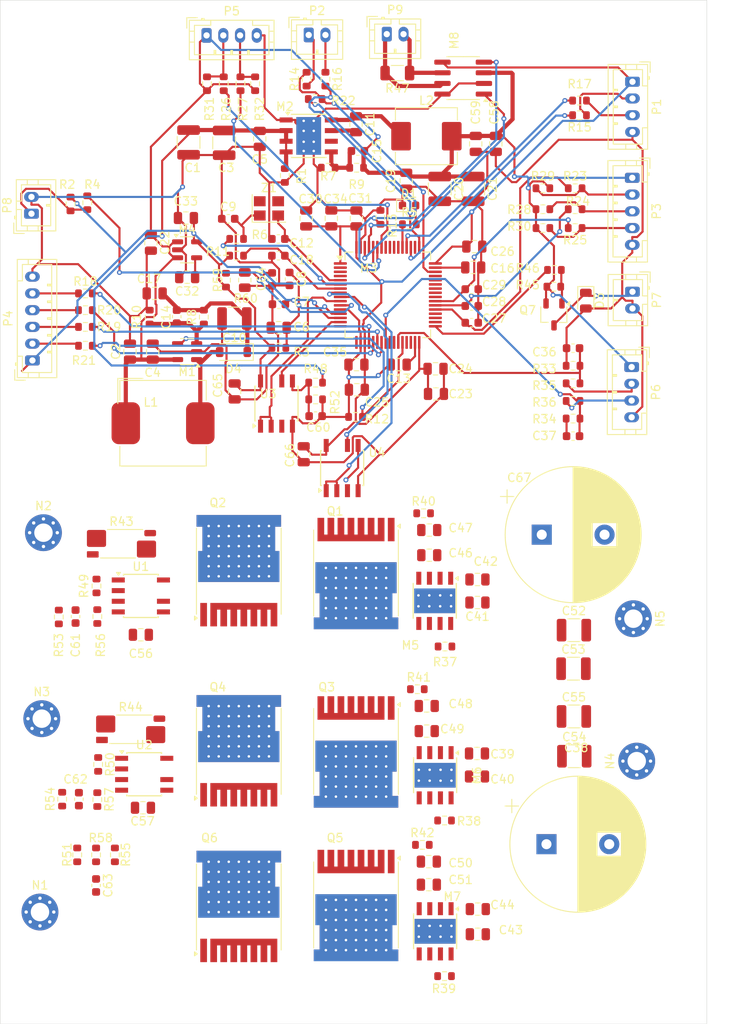
<source format=kicad_pcb>
(kicad_pcb (version 20240108) (generator "pcbnew") (generator_version "8.0")
  (layers (0 "F.Cu" signal) (31 "B.Cu" signal) (34 "B.Paste" user) (35 "F.Paste" user) (36 "B.SilkS" user "B.Silkscreen") (37 "F.SilkS" user "F.Silkscreen") (38 "B.Mask" user) (39 "F.Mask" user) (44 "Edge.Cuts" user))
  (net 0 "")
  (net 1 "+48V")
  (net 2 "GND")
  (net 3 "+5V")
  (net 4 "Net-(M3-V_DDA)")
  (net 5 "Net-(M3-PA0{slash}WKUP{slash}ADC_IN0)")
  (net 6 "Net-(C9-Pad2)")
  (net 7 "+12V")
  (net 8 "Net-(M2-BST)")
  (net 9 "Net-(M2-SW)")
  (net 10 "Net-(M3-OSC_IN)")
  (net 11 "Net-(M3-V_CAP1)")
  (net 12 "Net-(M1-FB)")
  (net 13 "Net-(M2-FB)")
  (net 14 "Net-(M3-V_CAP2)")
  (net 15 "NRST")
  (net 16 "+3.3V")
  (net 17 "Net-(M3-PC6{slash}TIM3_CH1)")
  (net 18 "Net-(M3-PC7{slash}TIM3_CH2)")
  (net 19 "Net-(M3-PC8{slash}TIM3_CH3)")
  (net 20 "Net-(M4-NR{slash}FB)")
  (net 21 "ADC_ANG")
  (net 22 "ADC_BRK")
  (net 23 "Net-(M5-HS)")
  (net 24 "Net-(M5-HB)")
  (net 25 "Net-(M6-HB)")
  (net 26 "Net-(M6-HS)")
  (net 27 "Net-(M7-HB)")
  (net 28 "TERMINAL_C")
  (net 29 "Net-(U3B-+)")
  (net 30 "Net-(U3A-+)")
  (net 31 "Net-(U4A-+)")
  (net 32 "Net-(U4B-+)")
  (net 33 "PCB_NTC")
  (net 34 "Net-(D1-Pad2)")
  (net 35 "Net-(Q7-D)")
  (net 36 "Net-(D4-A)")
  (net 37 "12V_EN")
  (net 38 "Net-(M2-RON)")
  (net 40 "BOOT")
  (net 41 "Net-(M3-OSC_OUT)")
  (net 45 "Net-(M3-PB7{slash}I2C1_SDA{slash}TIM4_CH2)")
  (net 46 "VOLTAGE_B")
  (net 47 "Net-(M3-PA4{slash}SPI1_NSS{slash}DAC_OUT1)")
  (net 49 "Net-(M3-PB6{slash}I2C1_SCL{slash}TIM4_CH1)")
  (net 50 "FET_AL")
  (net 51 "CURRENT_B")
  (net 53 "FET_CL")
  (net 55 "Net-(M3-PC10{slash}USART3_TX)")
  (net 56 "CAN_TX")
  (net 59 "FAN")
  (net 61 "Net-(M3-PA6{slash}SPI1_MISO)")
  (net 62 "Net-(M3-PA13{slash}SWDIO)")
  (net 63 "LED")
  (net 65 "FET_CH")
  (net 66 "CURRENT_A")
  (net 67 "FET_BL")
  (net 69 "FET_AH")
  (net 70 "CAN_RX")
  (net 71 "Net-(M3-PC11{slash}USART3_RX)")
  (net 72 "Net-(M3-PA5{slash}SPI1_SCK{slash}DAC_OUT2)")
  (net 73 "Net-(M3-PA7{slash}SPI1_MOSI)")
  (net 74 "VOLTAGE_U")
  (net 76 "VOLTAGE_C")
  (net 78 "Net-(M3-PA14{slash}SWCLK)")
  (net 79 "VOLTAGE_A")
  (net 82 "FET_BH")
  (net 83 "Net-(M5-HO)")
  (net 84 "Net-(M5-LO)")
  (net 85 "Net-(M6-HO)")
  (net 86 "Net-(M6-LO)")
  (net 87 "Net-(M7-LO)")
  (net 88 "Net-(M7-HO)")
  (net 89 "Net-(M8-CANH)")
  (net 90 "Net-(M8-CANL)")
  (net 91 "TERMINAL_A")
  (net 92 "TERMINAL_B")
  (net 93 "USART_RX")
  (net 94 "USART_TX")
  (net 95 "SWCLK")
  (net 96 "SWDIO")
  (net 97 "HALL_C")
  (net 98 "HALL_B")
  (net 99 "HALL_A")
  (net 100 "SPI_MOSI")
  (net 101 "SPI_SCK")
  (net 102 "SPI_MISO")
  (net 103 "SPI_NSS")
  (net 104 "IN_DIR")
  (net 105 "IN_PPM")
  (net 106 "Net-(P6-Pad3)")
  (net 107 "Net-(P6-Pad2)")
  (net 108 "EXT_NTC")
  (net 109 "Net-(Q1-G)")
  (net 110 "Net-(Q2-G)")
  (net 111 "Net-(Q3-G)")
  (net 112 "Net-(Q4-G)")
  (net 113 "Net-(Q5-G)")
  (net 114 "Net-(Q6-G)")
  (net 115 "Net-(Q7-G)")
  (net 116 "Net-(U1-_)")
  (net 117 "Net-(U1-+)")
  (net 118 "Net-(U2-_)")
  (net 119 "Net-(U2-+)")
  (net 120 "NC")
  (footprint "Capacitor_SMD:C_0805_2012Metric" (layer "F.Cu") (at 121.215 59.95 90)
    (property "Reference" "C4")
    (property "Value" "0.1uF 25v")
  )
  (footprint "Resistor_SMD:R_0603_1608Metric" (layer "F.Cu") (at 167.825 40.45 180)
    (property "Reference" "R28")
    (property "Value" "1K")
  )
  (footprint "Connector_JST:JST_PH_B2B-PH-K_1x02_P2.00mm_Vertical" (layer "F.Cu") (at 106.7333 43.4833 90)
    (property "Reference" "P8")
    (property "Value" "NTC")
  )
  (footprint "Resistor_SMD:R_0603_1608Metric" (layer "F.Cu") (at 139.6 27.425 90)
    (property "Reference" "R14")
    (property "Value" "330")
  )
  (footprint "Capacitor_SMD:C_0603_1608Metric" (layer "F.Cu") (at 130.24 44.095)
    (property "Reference" "C9")
    (property "Value" "12pF")
  )
  (footprint "Capacitor_SMD:C_0805_2012Metric" (layer "F.Cu") (at 160.005 89.9 180)
    (property "Reference" "C41")
    (property "Value" "0.1uF 25v")
  )
  (footprint "Capacitor_SMD:C_0805_2012Metric" (layer "F.Cu") (at 125.3325 51.065 180)
    (property "Reference" "C32")
    (property "Value" "0.1uF 25v")
  )
  (footprint "Crystal:Crystal_SMD_3225-4Pin_3.2x2.5mm" (layer "F.Cu") (at 135.1 42.85)
    (property "Reference" "Z1")
    (property "Value" "12MHz")
  )
  (footprint "Resistor_SMD:R_0603_1608Metric" (layer "F.Cu") (at 148.415 43.92 -90)
    (property "Reference" "R13")
    (property "Value" "10K")
  )
  (footprint "MountingHole:MountingHole_2.2mm_M2_Pad_Via" (layer "F.Cu") (at 107.9667 103.7667)
    (property "Reference" "N3")
    (property "Value" "PAD4")
  )
  (footprint "Package_SO:SOIC-8_3.9x4.9mm_P1.27mm" (layer "F.Cu") (at 158.3 27.3 180)
    (property "Reference" "M8")
    (property "Value" "SN65HVD256")
  )
  (footprint "Capacitor_SMD:C_0805_2012Metric" (layer "F.Cu") (at 145.5 32.8 -90)
    (property "Reference" "C11")
    (property "Value" "2.2nF 50v")
  )
  (footprint "Package_QFP:LQFP-64_10x10mm_P0.5mm" (layer "F.Cu") (at 149.3 53.175)
    (property "Reference" "M3")
    (property "Value" "STM32F405RG")
  )
  (footprint "Package_TO_SOT_SMD:TSOT-23" (layer "F.Cu") (at 169.15 55.51 -90)
    (property "Reference" "Q7")
    (property "Value" "IRLML6401")
  )
  (footprint "Package_TO_SOT_SMD:SOT-23-5" (layer "F.Cu") (at 125.3275 47.795)
    (property "Reference" "M4")
    (property "Value" "TPS73633")
  )
  (footprint "Capacitor_SMD:C_0805_2012Metric" (layer "F.Cu") (at 145.55 44.05 90)
    (property "Reference" "C31")
    (property "Value" "0.1uF 25v")
  )
  (footprint "Resistor_SMD:R_0805_2012Metric" (layer "F.Cu") (at 132.215 51.4075 90)
    (property "Reference" "R60")
    (property "Value" "10K NTC")
  )
  (footprint "Resistor_SMD:R_0603_1608Metric" (layer "F.Cu") (at 171.425 67.94)
    (property "Reference" "R34")
    (property "Value" "10K 1%")
  )
  (footprint "Capacitor_SMD:C_0805_2012Metric" (layer "F.Cu") (at 131 64.7 -90)
    (property "Reference" "C65")
    (property "Value" "0.1uF 25v")
  )
  (footprint "Inductor_SMD:L_Abracon_ASPI-0630LR" (layer "F.Cu") (at 153.9083 34.2333)
    (property "Reference" "L2")
    (property "Value" "22uH")
  )
  (footprint "Package_SO:Texas_HSOP-8-1EP_3.9x4.9mm_P1.27mm_ThermalVias" (layer "F.Cu") (at 154.905 89.7 -90)
    (property "Reference" "M5")
    (property "Value" "UCC27211A")
  )
  (footprint "Capacitor_SMD:C_0603_1608Metric" (layer "F.Cu") (at 140.675 67.65)
    (property "Reference" "C60")
    (property "Value" "1nF C0G")
  )
  (footprint "Capacitor_SMD:C_0805_2012Metric" (layer "F.Cu") (at 153.95 105.25)
    (property "Reference" "C49")
    (property "Value" "0.1uF 25v")
  )
  (footprint "Capacitor_SMD:C_0805_2012Metric" (layer "F.Cu") (at 154.25 81.25)
    (property "Reference" "C47")
    (property "Value" "0.1uF 25v")
  )
  (footprint "Package_SO:SOIC-8-N7_3.9x4.9mm_P1.27mm" (layer "F.Cu") (at 136 66.15 90)
    (property "Reference" "U3")
    (property "Value" "AD8539")
  )
  (footprint "Resistor_SMD:R_0603_1608Metric" (layer "F.Cu") (at 156.075 134.5)
    (property "Reference" "R39")
    (property "Value" "2")
  )
  (footprint "Capacitor_SMD:C_0805_2012Metric" (layer "F.Cu") (at 154.25 84.25)
    (property "Reference" "C46")
    (property "Value" "4.7uF 25v")
  )
  (footprint "Capacitor_SMD:C_0805_2012Metric" (layer "F.Cu") (at 118.5 59.95 90)
    (property "Reference" "C2")
    (property "Value" "4.7uF 16v")
  )
  (footprint "Capacitor_SMD:C_0805_2012Metric" (layer "F.Cu") (at 119.8 93.75)
    (property "Reference" "C56")
    (property "Value" "0.1uF 25v")
  )
  (footprint "Resistor_SMD:R_0603_1608Metric" (layer "F.Cu") (at 110.4 113.375 90)
    (property "Reference" "R54")
    (property "Value" "22K 1%")
  )
  (footprint "Resistor_SMD:R_0603_1608Metric" (layer "F.Cu") (at 171.425 65.84 180)
    (property "Reference" "R36")
    (property "Value" "10K 1%")
  )
  (footprint "Capacitor_SMD:C_0603_1608Metric" (layer "F.Cu") (at 136.225 46.5)
    (property "Reference" "C12")
    (property "Value" "12pF")
  )
  (footprint "Capacitor_SMD:C_0603_1608Metric" (layer "F.Cu") (at 124.087 55.775 -90)
    (property "Reference" "C14")
    (property "Value" "180pF")
  )
  (footprint "Package_TO_SOT_SMD:Infineon_PG-HSOF-8-1_ThermalVias" (layer "F.Cu") (at 131.5 126.18 90)
    (property "Reference" "Q6")
    (property "Value" "IPT010N08NM5")
  )
  (footprint "Capacitor_SMD:C_1210_3225Metric" (layer "F.Cu") (at 159.5 40.525 -90)
    (property "Reference" "C21")
    (property "Value" "47uF 10v")
  )
  (footprint "Connector_JST:JST_PH_B2B-PH-K_1x02_P2.00mm_Vertical" (layer "F.Cu") (at 139.85 22.15)
    (property "Reference" "P2")
    (property "Value" "SWD")
  )
  (footprint "Resistor_SMD:R_0603_1608Metric" (layer "F.Cu") (at 169.2 50.2)
    (property "Reference" "R46")
    (property "Value" "1K")
  )
  (footprint "Capacitor_SMD:C_0805_2012Metric" (layer "F.Cu") (at 159.5 49.9)
    (property "Reference" "C16")
    (property "Value" "0.1uF 25v")
  )
  (footprint "Capacitor_SMD:C_0805_2012Metric" (layer "F.Cu") (at 160.05 129.5 180)
    (property "Reference" "C43")
    (property "Value" "0.1uF 25v")
  )
  (footprint "Capacitor_SMD:C_0603_1608Metric" (layer "F.Cu") (at 171.425 59.54)
    (property "Reference" "C36")
    (property "Value" "0.01uF 25v")
  )
  (footprint "Capacitor_SMD:C_1210_3225Metric" (layer "F.Cu") (at 171.525 103.5)
    (property "Reference" "C55")
    (property "Value" "4.7uF 100v")
  )
  (footprint "Capacitor_THT:CP_Radial_D16.0mm_P7.50mm" (layer "F.Cu") (at 168.25 118.75)
    (property "Reference" "C38")
    (property "Value" "680uF 80v")
  )
  (footprint "Capacitor_SMD:C_0603_1608Metric" (layer "F.Cu") (at 171.425 70.04)
    (property "Reference" "C37")
    (property "Value" "0.01uF 25v")
  )
  (footprint "Package_SO:TI_SO-PowerPAD-8_ThermalVias" (layer "F.Cu") (at 139.85 34.2)
    (property "Reference" "M2")
    (property "Value" "LM5164")
  )
  (footprint "Resistor_SMD:R_0603_1608Metric" (layer "F.Cu") (at 112.2 120.025 -90)
    (property "Reference" "R51")
    (property "Value" "470K 1%")
  )
  (footprint "Resistor_SMD:R_1206_3216Metric" (layer "F.Cu") (at 150.4375 26.7 180)
    (property "Reference" "R47")
    (property "Value" "470")
  )
  (footprint "Resistor_SMD:R_0603_1608Metric" (layer "F.Cu") (at 145.575 38)
    (property "Reference" "R9")
    (property "Value" "100K 1%")
  )
  (footprint "Resistor_SMD:R_0603_1608Metric" (layer "F.Cu") (at 172.2 31.73 180)
    (property "Reference" "R15")
    (property "Value" "330")
  )
  (footprint "Package_SO:SOIC-8-N7_3.9x4.9mm_P1.27mm" (layer "F.Cu") (at 119.8 89.115)
    (property "Reference" "U1")
    (property "Value" "AD8418")
  )
  (footprint "Capacitor_SMD:C_0603_1608Metric" (layer "F.Cu") (at 136.225 48.5)
    (property "Reference" "C18")
    (property "Value" "0.01uF 25v")
  )
  (footprint "Inductor_SMD:L_Bourns_SRP1050WA" (layer "F.Cu") (at 122.45 68.5)
    (property "Reference" "L1")
    (property "Value" "10uH")
  )
  (footprint "Resistor_SMD:R_0603_1608Metric" (layer "F.Cu") (at 131.24 48.495 180)
    (property "Reference" "R11")
    (property "Value" "10K")
  )
  (footprint "Connector_JST:JST_PH_B4B-PH-K_1x04_P2.00mm_Vertical" (layer "F.Cu") (at 127.65 22.2)
    (property "Reference" "P5")
    (property "Value" "PPM")
  )
  (footprint "Resistor_SMD:R_0603_1608Metric" (layer "F.Cu") (at 140.675 65.65 180)
    (property "Reference" "R52")
    (property "Value" "22K 1%")
  )
  (footprint "Connector_JST:JST_PH_B2B-PH-K_1x02_P2.00mm_Vertical" (layer "F.Cu") (at 178.525 52.8 -90)
    (property "Reference" "P7")
    (property "Value" "FAN")
  )
  (footprint "Resistor_SMD:R_0603_1608Metric" (layer "F.Cu") (at 113.175 59.25)
    (property "Reference" "R21")
    (property "Value" "330")
  )
  (footprint "Package_SO:SOIC-8-N7_3.9x4.9mm_P1.27mm" (layer "F.Cu") (at 120.2 110.4)
    (property "Reference" "U2")
    (property "Value" "AD8418")
  )
  (footprint "Resistor_SMD:R_0603_1608Metric" (layer "F.Cu") (at 172.2 29.98 180)
    (property "Reference" "R17")
    (property "Value" "330")
  )
  (footprint "Resistor_SMD:R_0603_1608Metric" (layer "F.Cu") (at 171.675 40.45 180)
    (property "Reference" "R23")
    (property "Value" "1K")
  )
  (footprint "Capacitor_SMD:C_1210_3225Metric" (layer "F.Cu") (at 125.5 34.975 90)
    (property "Reference" "C1")
    (property "Value" "2.2uF 100v")
  )
  (footprint "Capacitor_SMD:C_0805_2012Metric" (layer "F.Cu") (at 154.2 123.58)
    (property "Reference" "C51")
    (property "Value" "0.1uF 25v")
  )
  (footprint "Capacitor_SMD:C_1210_3225Metric" (layer "F.Cu") (at 171.475 97.8)
    (property "Reference" "C53")
    (property "Value" "4.7uF 100v")
  )
  (footprint "Capacitor_SMD:C_0603_1608Metric" (layer "F.Cu") (at 159.325 56.5)
    (property "Reference" "C27")
    (property "Value" "0.01uF 25v")
  )
  (footprint "Capacitor_SMD:C_0805_2012Metric" (layer "F.Cu") (at 142.55 44.045 90)
    (property "Reference" "C34")
    (property "Value" "0.1uF 25v")
  )
  (footprint "Capacitor_SMD:C_1210_3225Metric" (layer "F.Cu") (at 171.525 93.2)
    (property "Reference" "C52")
    (property "Value" "4.7uF 100v")
  )
  (footprint "Capacitor_SMD:C_0805_2012Metric" (layer "F.Cu") (at 125.1825 44 180)
    (property "Reference" "C33")
    (property "Value" "0.1uF 25v")
  )
  (footprint "Capacitor_SMD:C_0805_2012Metric" (layer "F.Cu") (at 139.55 44.05 90)
    (property "Reference" "C30")
    (property "Value" "4.7uF 16v")
  )
  (footprint "Resistor_SMD:R_0603_1608Metric" (layer "F.Cu") (at 110 91.625 90)
    (property "Reference" "R53")
    (property "Value" "22K 1%")
  )
  (footprint "Package_TO_SOT_SMD:Infineon_PG-HSOF-8-1_ThermalVias" (layer "F.Cu") (at 131.5 86.1 90)
    (property "Reference" "Q2")
    (property "Value" "IPT010N08NM5")
  )
  (footprint "Resistor_SMD:R_0603_1608Metric" (layer "F.Cu") (at 129.7 27.975 -90)
    (property "Reference" "R26")
    (property "Value" "330")
  )
  (footprint "Resistor_SMD:R_0603_1608Metric" (layer "F.Cu") (at 140.625 29.8)
    (property "Reference" "R22")
    (property "Value" "1")
  )
  (footprint "Capacitor_SMD:C_0805_2012Metric" (layer "F.Cu") (at 151.5 39.55 -90)
    (property "Reference" "C19")
    (property "Value" "1uF 25v")
  )
  (footprint "Resistor_SMD:R_0603_1608Metric" (layer "F.Cu") (at 152.825 100.25)
    (property "Reference" "R41")
    (property "Value" "2")
  )
  (footprint "Resistor_SMD:R_0603_1608Metric" (layer "F.Cu") (at 127.325 55.825 90)
    (property "Reference" "R8")
    (property "Value" "100K 1%")
  )
  (footprint "Resistor_SMD:R_0603_1608Metric" (layer "F.Cu") (at 151.875 44.75)
    (property "Reference" "R5")
    (property "Value" "1K")
  )
  (footprint "Resistor_SMD:R_0603_1608Metric" (layer "F.Cu") (at 131.24 46.495)
    (property "Reference" "R6")
    (property "Value" "1K")
  )
  (footprint "Resistor_SMD:R_Shunt_Vishay_WSK2512_6332Metric_T1.19mm" (layer "F.Cu") (at 117.485 82.885)
    (property "Reference" "R43")
    (property "Value" "0.0005 1%")
  )
  (footprint "Resistor_SMD:R_0603_1608Metric" (layer "F.Cu") (at 116.7 120.025 90)
    (property "Reference" "R58")
    (property "Value" "470K 1%")
  )
  (footprint "Resistor_SMD:R_0603_1608Metric" (layer "F.Cu") (at 145.44 67.745)
    (property "Reference" "R12")
    (property "Value" "10K")
  )
  (footprint "Capacitor_SMD:C_0805_2012Metric" (layer "F.Cu") (at 159.95 107.92 180)
    (property "Reference" "C39")
    (property "Value" "0.1uF 25v")
  )
  (footprint "Capacitor_THT:CP_Radial_D16.0mm_P7.50mm" (layer "F.Cu") (at 167.6872 81.8)
    (property "Reference" "C67")
    (property "Value" "680uF 80v")
  )
  (footprint "Resistor_SMD:R_0603_1608Metric" (layer "F.Cu") (at 171.425 61.64)
    (property "Reference" "R33")
    (property "Value" "10K 1%")
  )
  (footprint "Capacitor_SMD:C_0805_2012Metric" (layer "F.Cu") (at 145.6 64.5 180)
    (property "Reference" "C25")
    (property "Value" "4.7uF 16v")
  )
  (footprint "Capacitor_SMD:C_0603_1608Metric" (layer "F.Cu") (at 159.325 52.5)
    (property "Reference" "C29")
    (property "Value" "0.01uF 25v")
  )
  (footprint "Capacitor_SMD:C_0603_1608Metric" (layer "F.Cu") (at 112 91.575 -90)
    (property "Reference" "C61")
    (property "Value" "1nF C0G")
  )
  (footprint "Package_TO_SOT_SMD:SOT-23-5" (layer "F.Cu") (at 125.3275 59.95 180)
    (property "Reference" "M1")
    (property "Value" "TPS61040")
  )
  (footprint "Capacitor_SMD:C_0805_2012Metric" (layer "F.Cu") (at 162.2 35.15 90)
    (property "Reference" "C58")
    (property "Value" "0.1uF 25v")
  )
  (footprint "Capacitor_SMD:C_0603_1608Metric" (layer "F.Cu") (at 145.725 36 180)
    (property "Reference" "C15")
    (property "Value" "180pF")
  )
  (footprint "Resistor_SMD:R_0603_1608Metric" (layer "F.Cu") (at 114.5 87.925 -90)
    (property "Reference" "R49")
    (property "Value" "470K 1%")
  )
  (footprint "Resistor_SMD:R_0603_1608Metric" (layer "F.Cu") (at 113.175 55)
    (property "Reference" "R20")
    (property "Value" "330")
  )
  (footprint "Capacitor_SMD:C_0603_1608Metric" (layer "F.Cu") (at 159.325 54.5)
    (property "Reference" "C28")
    (property "Value" "0.01uF 25v")
  )
  (footprint "Capacitor_SMD:C_0805_2012Metric" (layer "F.Cu") (at 160.05 126.5 180)
    (property "Reference" "C44")
    (property "Value" "1uF 25v")
  )
  (footprint "Connector_JST:JST_PH_B2B-PH-K_1x02_P2.00mm_Vertical" (layer "F.Cu") (at 149.175 22.05)
    (property "Reference" "P9")
    (property "Value" "CAN" (hide yes))
  )
  (footprint "Capacitor_SMD:C_0805_2012Metric" (layer "F.Cu") (at 155.05 65)
    (property "Reference" "C23")
    (property "Value" "4.7uF 16v")
  )
  (footprint "Package_TO_SOT_SMD:Infineon_PG-HSOF-8-1_ThermalVias" (layer "F.Cu") (at 145.5 107.74 -90)
    (property "Reference" "Q3")
    (property "Value" "IPT010N08NM5")
  )
  (footprint "Package_TO_SOT_SMD:Infineon_PG-HSOF-8-1_ThermalVias" (layer "F.Cu") (at 145.5 126.07 -90)
    (property "Reference" "Q5")
    (property "Value" "IPT010N08NM5")
  )
  (footprint "Capacitor_SMD:C_1210_3225Metric" (layer "F.Cu") (at 130.975 56 180)
    (property "Reference" "C10")
    (property "Value" "10uF 25v")
  )
  (footprint "Capacitor_SMD:C_0603_1608Metric" (layer "F.Cu") (at 137.56 51.275 -90)
    (property "Reference" "C8")
    (property "Value" "0.01uF 25v")
  )
  (footprint "Capacitor_SMD:C_0805_2012Metric" (layer "F.Cu") (at 134 34.55 90)
    (property "Reference" "C5")
    (property "Value" "0.1uF 100v")
  )
  (footprint "LED_SMD:LED_0603_1608Metric" (layer "F.Cu") (at 151.8375 42.5)
    (property "Reference" "D1")
    (property "Value" "LED")
  )
  (footprint "Resistor_SMD:R_0603_1608Metric" (layer "F.Cu") (at 169.125 52.2)
    (property "Reference" "R45")
    (property "Value" "47K")
  )
  (footprint "MountingHole:MountingHole_2.2mm_M2_Pad_Via" (layer "F.Cu") (at 108.1667 81.5667)
    (property "Reference" "N2")
    (property "Value" "PAD4")
  )
  (footprint "Capacitor_SMD:C_0805_2012Metric" (layer "F.Cu") (at 160.005 87.15 180)
    (property "Reference" "C42")
    (property "Value" "1uF 25v")
  )
  (footprint "Capacitor_SMD:C_0603_1608Metric" (layer "F.Cu") (at 112.4 113.375 -90)
    (property "Reference" "C62")
    (property "Value" "1nF C0G")
  )
  (footprint "Capacitor_SMD:C_0805_2012Metric" (layer "F.Cu") (at 153.95 102.25)
    (property "Reference" "C48")
    (property "Value" "4.7uF 25v")
  )
  (footprint "Resistor_SMD:R_0603_1608Metric" (layer "F.Cu") (at 114.6 91.575 -90)
    (property "Reference" "R56")
    (property "Value" "470K 1%")
  )
  (footprint "Resistor_SMD:R_0603_1608Metric" (layer "F.Cu") (at 120.85 55.825 -90)
    (property "Reference" "R10")
    (property "Value" "13.7K 1%")
  )
  (footprint "Package_SO:Texas_HSOP-8-1EP_3.9x4.9mm_P1.27mm_ThermalVias" (layer "F.Cu") (at 154.95 110.52 -90)
    (property "Reference" "M6")
    (property "Value" "UCC27211A")
  )
  (footprint "Resistor_SMD:R_0603_1608Metric" (layer "F.Cu") (at 156.075 115.92)
    (property "Reference" "R38")
    (property "Value" "2")
  )
  (footprint "Resistor_SMD:R_0603_1608Metric" (layer "F.Cu") (at 171.675 45.2 180)
    (property "Reference" "R25")
    (property "Value" "1K")
  )
  (footprint "Resistor_SMD:R_0603_1608Metric" (layer "F.Cu") (at 167.825 42.95)
    (property "Reference" "R29")
    (property "Value" "1K")
  )
  (footprint "Package_TO_SOT_SMD:Infineon_PG-HSOF-8-1_ThermalVias" (layer "F.Cu") (at 145.5 86.44 -90)
    (property "Reference" "Q1")
    (property "Value" "IPT010N08NM5")
  )
  (footprint "Resistor_SMD:R_0603_1608Metric" (layer "F.Cu") (at 113.175 57)
    (property "Reference" "R19")
    (property "Value" "330")
  )
  (footprint "Capacitor_SMD:C_1210_3225Metric" (layer "F.Cu") (at 155.5 40.525 -90)
    (property "Reference" "C20")
    (property "Value" "47uF 10v")
  )
  (footprint "Package_TO_SOT_SMD:Infineon_PG-HSOF-8-1_ThermalVias" (layer "F.Cu") (at 131.5 107.6 90)
    (property "Reference" "Q4")
    (property "Value" "IPT010N08NM5")
  )
  (footprint "Resistor_SMD:R_0603_1608Metric" (layer "F.Cu") (at 156.13 95.15)
    (property "Reference" "R37")
    (property "Value" "2")
  )
  (footprint "Resistor_SMD:R_0603_1608Metric" (layer "F.Cu") (at 167.825 45.2)
    (property "Reference" "R30")
    (property "Value" "1K")
  )
  (footprint "Capacitor_SMD:C_0603_1608Metric" (layer "F.Cu") (at 136.29 54.295)
    (property "Reference" "C7")
    (property "Value" "0.01uF 25v")
  )
  (footprint "Resistor_SMD:R_0603_1608Metric" (layer "F.Cu") (at 113.4 42.175 -90)
    (property "Reference" "R4")
    (property "Value" "330")
  )
  (footprint "Connector_JST:JST_PH_B4B-PH-K_1x04_P2.00mm_Vertical" (layer "F.Cu") (at 178.425 61.79 -90)
    (property "Reference" "P6")
    (property "Value" "ANALOG")
  )
  (footprint "Resistor_SMD:R_0603_1608Metric" (layer "F.Cu") (at 133.45 27.975 90)
    (property "Reference" "R32")
    (property "Value" "1K")
  )
  (footprint "Capacitor_SMD:C_0805_2012Metric" (layer "F.Cu") (at 155 62)
    (property "Reference" "C24")
    (property "Value" "0.1uF 25v")
  )
  (footprint "Capacitor_SMD:C_1210_3225Metric" (layer "F.Cu") (at 129.75 35.025 90)
    (property "Reference" "C3")
    (property "Value" "2.2uF 100v")
  )
  (footprint "Resistor_SMD:R_Shunt_Vishay_WSK2512_6332Metric_T1.19mm" (layer "F.Cu") (at 118.585 105.035)
    (property "Reference" "R44")
    (property "Value" "0.0005 1%")
  )
  (footprint "Resistor_SMD:R_0603_1608Metric" (layer "F.Cu") (at 137 38.925 90)
    (property "Reference" "R1")
    (property "Value" "15K")
  )
  (footprint "Capacitor_SMD:C_1210_3225Metric" (layer "F.Cu") (at 171.575 108.25)
    (property "Reference" "C54")
    (property "Value" "4.7uF 100v")
  )
  (footprint "MountingHole:MountingHole_2.2mm_M2_Pad_Via" (layer "F.Cu") (at 178.6333 91.8333 -90)
    (property "Reference" "N5")
    (property "Value" "PAD4")
  )
  (footprint "Capacitor_SMD:C_0805_2012Metric" (layer "F.Cu") (at 121.45 53 180)
    (property "Reference" "C17")
    (property "Value" "0.1uF 25v")
  )
  (footprint "Capacitor_SMD:C_0805_2012Metric" (layer "F.Cu") (at 159.95 110.67)
    (property "Reference" "C40")
    (property "Value" "1uF 25v")
  )
  (footprint "Resistor_SMD:R_0603_1608Metric" (layer "F.Cu") (at 141.85 27.425 -90)
    (property "Reference" "R16")
    (property "Value" "330")
  )
  (footprint "Capacitor_SMD:C_0603_1608Metric" (layer "F.Cu") (at 135.475 51.325 90)
    (property "Reference" "C64")
    (property "Value" "0.01uF 25v")
  )
  (footprint "Capacitor_SMD:C_0805_2012Metric" (layer "F.Cu") (at 145.55 61.5 180)
    (property "Reference" "C35")
    (property "Value" "0.1uF 25v")
  )
  (footprint "Resistor_SMD:R_0603_1608Metric" (layer "F.Cu") (at 136.29 59.495)
    (property "Reference" "R3")
    (property "Value" "1")
  )
  (footprint "Diode_SMD:D_SOD-123" (layer "F.Cu") (at 130.865 60 180)
    (property "Reference" "D4")
    (property "Value" "MBR0530")
  )
  (footprint "Resistor_SMD:R_0603_1608Metric" (layer "F.Cu") (at 131.7 27.975 -90)
    (property "Reference" "R27")
    (property "Value" "330")
  )
  (footprint "Connector_JST:JST_PH_B4B-PH-K_1x04_P2.00mm_Vertical" (layer "F.Cu") (at 178.525 27.73 -90)
    (property "Reference" "P1")
    (property "Value" "USART")
  )
  (footprint "Capacitor_SMD:C_0805_2012Metric" (layer "F.Cu") (at 139.25 72.2 -90)
    (property "Reference" "C66")
    (property "Value" "0.1uF 25v")
  )
  (footprint "Capacitor_SMD:C_0805_2012Metric" (layer "F.Cu") (at 159.6317 47.4117)
    (property "Reference" "C26")
    (property "Value" "0.1uF 25v")
  )
  (footprint "Resistor_SMD:R_0603_1608Metric" (layer "F.Cu") (at 171.675 42.95 180)
    (property "Reference" "R24")
    (property "Value" "1K")
  )
  (footprint "Capacitor_SMD:C_0805_2012Metric" (layer "F.Cu") (at 154.2 120.83)
    (property "Reference" "C50")
    (property "Value" "4.7uF 25v")
  )
  (footprint "Capacitor_SMD:C_0805_2012Metric" (layer "F.Cu") (at 136.265 57.095 180)
    (property "Reference" "C6")
    (property "Value" "0.1uF 25v")
  )
  (footprint "Resistor_SMD:R_0603_1608Metric" (layer "F.Cu") (at 171.425 63.74 180)
    (property "Reference" "R35")
    (property "Value" "10K 1%")
  )
  (footprint "Capacitor_SMD:C_0805_2012Metric" (layer "F.Cu") (at 150.6 61.5 180)
    (property "Reference" "C13")
    (property "Value" "0.1uF 25v")
  )
  (footprint "Capacitor_SMD:C_0805_2012Metric" (layer "F.Cu") (at 120.05 114.4)
    (property "Reference" "C57")
    (property "Value" "0.1uF 25v")
  )
  (footprint "Package_SO:Texas_HSOP-8-1EP_3.9x4.9mm_P1.27mm_ThermalVias" (layer "F.Cu") (at 154.95 129.15 -90)
    (property "Reference" "M7")
    (property "Value" "UCC27211A")
  )
  (footprint "MountingHole:MountingHole_2.2mm_M2_Pad_Via" (layer "F.Cu") (at 107.75 126.85)
    (property "Reference" "N1")
    (property "Value" "PAD4")
  )
  (footprint "Resistor_SMD:R_0603_1608Metric" (layer "F.Cu") (at 111.4 42.325 90)
    (property "Reference" "R2")
    (property "Value" "10K 1%")
  )
  (footprint "Resistor_SMD:R_0603_1608Metric" (layer "F.Cu") (at 114.45 120.025 -90)
    (property "Reference" "R55")
    (property "Value" "22K 1%")
  )
  (footprint "Resistor_SMD:R_0603_1608Metric" (layer "F.Cu") (at 127.7 27.975 90)
    (property "Reference" "R31")
    (property "Value" "1K")
  )
  (footprint "Capacitor_SMD:C_0805_2012Metric" (layer "F.Cu") (at 121 46.95 -90)
    (property "Reference" "C22")
    (property "Value" "4.7uF 16v")
  )
  (footprint "Resistor_SMD:R_0603_1608Metric" (layer "F.Cu") (at 129.965 51.42 -90)
    (property "Reference" "R59")
    (property "Value" "10K 1%")
  )
  (footprint "Resistor_SMD:R_0603_1608Metric" (layer "F.Cu") (at 114.6 113.425 -90)
    (property "Reference" "R57")
    (property "Value" "470K 1%")
  )
  (footprint "Connector_JST:JST_PH_B5B-PH-K_1x05_P2.00mm_Vertical" (layer "F.Cu") (at 178.5 39.2 -90)
    (property "Reference" "P3")
    (property "Value" "HALL")
  )
  (footprint "Resistor_SMD:R_0603_1608Metric" (layer "F.Cu") (at 113.175 53)
    (property "Reference" "R18")
    (property "Value" "330")
  )
  (footprint "Connector_JST:JST_PH_B6B-PH-K_1x06_P2.00mm_Vertical" (layer "F.Cu") (at 106.85 61 90)
    (property "Reference" "P4")
    (property "Value" "SPI")
  )
  (footprint "Capacitor_SMD:C_0805_2012Metric" (layer "F.Cu") (at 159.8 35.15 90)
    (property "Reference" "C59")
    (property "Value" "1uF 25v")
  )
  (footprint "Package_SO:SOIC-8-N7_3.9x4.9mm_P1.27mm" (layer "F.Cu") (at 143.845 73.85 90)
    (property "Reference" "U4")
    (property "Value" "AD8539")
  )
  (footprint "Resistor_SMD:R_0603_1608Metric" (layer "F.Cu") (at 153.575 79.25)
    (property "Reference" "R40")
    (property "Value" "2")
  )
  (footprint "Resistor_SMD:R_0603_1608Metric" (layer "F.Cu") (at 114.7 109.225 -90)
    (property "Reference" "R50")
    (property "Value" "470K 1%")
  )
  (footprint "Resistor_SMD:R_0603_1608Metric" (layer "F.Cu") (at 153.425 118.83)
    (property "Reference" "R42")
    (property "Value" "2")
  )
  (footprint "Resistor_SMD:R_0603_1608Metric" (layer "F.Cu") (at 142.175 38)
    (property "Reference" "R7")
    (property "Value" "31.5K 1%")
  )
  (footprint "Resistor_SMD:R_0603_1608Metric" (layer "F.Cu") (at 140.675 63.65 180)
    (property "Reference" "R48")
    (property "Value" "470K 1%")
  )
  (footprint "Diode_SMD:D_0805_2012Metric" (layer "F.Cu") (at 172.95 53.8625 -90)
    (property "Reference" "D3")
    (property "Value" "1N4448WS")
  )
  (footprint "MountingHole:MountingHole_2.2mm_M2_Pad_Via" (layer "F.Cu") (at 179.0333 108.8333 90)
    (property "Reference" "N4")
    (property "Value" "PAD4")
  )
  (footprint "Capacitor_SMD:C_0603_1608Metric" (layer "F.Cu") (at 114.45 123.675 -90)
    (property "Reference" "C63")
    (property "Value" "1nF C0G")
  )
  (gr_rect (start 103 18) (end 187.4 140.2) (stroke (width 0.05)) (fill none) (layer "Edge.Cuts"))
  (segment (start 135.1325 39.75) (end 135.1325 46.1825) (width 0.25) (layer "F.Cu") (net 2))
  (segment (start 107.5442 42.41) (end 106.7333 42.41) (width 0.25) (layer "F.Cu") (net 2))
  (segment (start 175.96 54.8) (end 177.3004 53.4596) (width 0.25) (layer "F.Cu") (net 2))
  (segment (start 135.315 57.095) (end 136.1931 57.9731) (width 0.25) (layer "F.Cu") (net 2))
  (segment (start 138.375 67.7483) (end 139.1324 68.5057) (width 0.25) (layer "F.Cu") (net 2))
  (segment (start 144.615 67.745) (end 141.545 67.745) (width 0.25) (layer "F.Cu") (net 2))
  (segment (start 125.5 36.45) (end 125.5 36.4825) (width 0.25) (layer "F.Cu") (net 2))
  (segment (start 133.65 22.2) (end 134.5767 22.2) (width 0.25) (layer "F.Cu") (net 2))
  (segment (start 159.5 42) (end 160.5817 43.0817) (width 0.25) (layer "F.Cu") (net 2))
  (segment (start 140.9 38) (end 141.35 38) (width 0.25) (layer "F.Cu") (net 2))
  (segment (start 156 62.05) (end 155.95 62) (width 0.25) (layer "F.Cu") (net 2))
  (segment (start 133.6483 65.65) (end 131 65.65) (width 0.25) (layer "F.Cu") (net 2))
  (segment (start 137 39.75) (end 135.1325 39.75) (width 0.25) (layer "F.Cu") (net 2))
  (segment (start 120.5 54.65) (end 119.4535 55.6965) (width 0.25) (layer "F.Cu") (net 2))
  (segment (start 129.5 59.0661) (end 128.2936 59.0661) (width 0.25) (layer "F.Cu") (net 2))
  (segment (start 136.3144 52.05) (end 135.605 52.05) (width 0.25) (layer "F.Cu") (net 2))
  (segment (start 141.45 67.65) (end 141.5 67.6) (width 0.25) (layer "F.Cu") (net 2))
  (segment (start 172.95 54.8) (end 175.96 54.8) (width 0.25) (layer "F.Cu") (net 2))
  (segment (start 164.6536 39.7153) (end 169.7122 34.6567) (width 0.25) (layer "F.Cu") (net 2))
  (segment (start 170.65 59.54) (end 170.65 57.1) (width 0.25) (layer "F.Cu") (net 2))
  (segment (start 151.7283 40.2717) (end 151.5 40.5) (width 0.25) (layer "F.Cu") (net 2))
  (segment (start 126.465 59.95) (end 122.165 59.95) (width 0.25) (layer "F.Cu") (net 2))
  (segment (start 146.4918 44.0418) (end 146.6238 44.0418) (width 0.25) (layer "F.Cu") (net 2))
  (segment (start 137.905 71.805) (end 139.25 73.15) (width 0.25) (layer "F.Cu") (net 2))
  (segment (start 149.4564 61.5) (end 149.65 61.5) (width 0.25) (layer "F.Cu") (net 2))
  (segment (start 140.9 38) (end 140.9 41.75) (width 0.25) (layer "F.Cu") (net 2))
  (segment (start 170.65 57.1) (end 172.95 54.8) (width 0.25) (layer "F.Cu") (net 2))
  (segment (start 161.1872 40.3128) (end 159.5 42) (width 0.25) (layer "F.Cu") (net 2))
  (segment (start 160.1 54.5) (end 160.1 56.5) (width 0.25) (layer "F.Cu") (net 2))
  (segment (start 136.1931 57.9731) (end 136.1931 60.3929) (width 0.25) (layer "F.Cu") (net 2))
  (segment (start 139.25 36) (end 139.25 34.9) (width 0.25) (layer "F.Cu") (net 2))
  (segment (start 153.8566 40.2717) (end 151.7283 40.2717) (width 0.25) (layer "F.Cu") (net 2))
  (segment (start 178.525 54.8) (end 178.525 54.5356) (width 0.25) (layer "F.Cu") (net 2))
  (segment (start 139.85 34.2) (end 140.45 33.6) (width 0.25) (layer "F.Cu") (net 2))
  (segment (start 140.45 36) (end 140.45 37.55) (width 0.25) (layer "F.Cu") (net 2))
  (segment (start 128.2936 59.0661) (end 127.4097 59.95) (width 0.25) (layer "F.Cu") (net 2))
  (segment (start 148.362 72.191) (end 148.809 72.191) (width 0.25) (layer "F.Cu") (net 2))
  (segment (start 154.0889 30.9411) (end 155.825 29.205) (width 0.25) (layer "F.Cu") (net 2))
  (segment (start 112.312 49.5085) (end 107.4148 49.5085) (width 0.25) (layer "F.Cu") (net 2))
  (segment (start 130.75 35.5) (end 129.75 36.5) (width 0.25) (layer "F.Cu") (net 2))
  (segment (start 135.45 49.2975) (end 131.6379 49.2975) (width 0.25) (layer "F.Cu") (net 2))
  (segment (start 179.0792 46.2733) (end 178.5 46.2733) (width 0.25) (layer "F.Cu") (net 2))
  (segment (start 137.9035 71.8065) (end 137.905 71.805) (width 0.25) (layer "F.Cu") (net 2))
  (segment (start 140.45 33.6) (end 140.45 32.4) (width 0.25) (layer "F.Cu") (net 2))
  (segment (start 169.7122 34.6567) (end 178.525 34.6567) (width 0.25) (layer "F.Cu") (net 2))
  (segment (start 148.1646 62.7918) (end 149.4564 61.5) (width 0.25) (layer "F.Cu") (net 2))
  (segment (start 160.45 47.5434) (end 160.45 49.9) (width 0.25) (layer "F.Cu") (net 2))
  (segment (start 135.5169 49.2975) (end 135.45 49.2975) (width 0.25) (layer "F.Cu") (net 2))
  (segment (start 151.05 41.7969) (end 148.9062 41.7969) (width 0.25) (layer "F.Cu") (net 2))
  (segment (start 125.5 36.4825) (end 129.4475 36.4825) (width 0.25) (layer "F.Cu") (net 2))
  (segment (start 137.905 67.7483) (end 138.375 67.7483) (width 0.25) (layer "F.Cu") (net 2))
  (segment (start 151.05 41.7969) (end 151.05 40.95) (width 0.25) (layer "F.Cu") (net 2))
  (segment (start 155.5 42) (end 155.5 41.9151) (width 0.25) (layer "F.Cu") (net 2))
  (segment (start 161.1872 36.1) (end 161.1872 40.3128) (width 0.25) (layer "F.Cu") (net 2))
  (segment (start 129.9137 61.222) (end 130.0326 61.1031) (width 0.25) (layer "F.Cu") (net 2))
  (segment (start 140.9 41.75) (end 139.55 43.1) (width 0.25) (layer "F.Cu") (net 2))
  (segment (start 137.905 68.85) (end 137.905 71.805) (width 0.25) (layer "F.Cu") (net 2))
  (segment (start 148.809 72.191) (end 156 65) (width 0.25) (layer "F.Cu") (net 2))
  (segment (start 160.45 49.9) (end 160.1 50.25) (width 0.25) (layer "F.Cu") (net 2))
  (segment (start 122.165 59.95) (end 121.215 59) (width 0.25) (layer "F.Cu") (net 2))
  (segment (start 145.2629 70.0483) (end 145.115 70.1962) (width 0.25) (layer "F.Cu") (net 2))
  (segment (start 131.1426 48.8022) (end 131.1426 45.7726) (width 0.25) (layer "F.Cu") (net 2))
  (segment (start 124.2325 44) (end 125.1798 44.9473) (width 0.25) (layer "F.Cu") (net 2))
  (segment (start 106.85 51) (end 106.85 50.0733) (width 0.25) (layer "F.Cu") (net 2))
  (segment (start 135.45 48.5) (end 135.45 49.2975) (width 0.25) (layer "F.Cu") (net 2))
  (segment (start 124.2325 40.8364) (end 124.2325 44) (width 0.25) (layer "F.Cu") (net 2))
  (segment (start 146.05 57.5643) (end 146.05 58.85) (width 0.25) (layer "F.Cu") (net 2))
  (segment (start 125.1798 48.3972) (end 124.5776 47.795) (width 0.25) (layer "F.Cu") (net 2))
  (segment (start 177.3004 53.4596) (end 177.7141 53.8733) (width 0.25) (layer "F.Cu") (net 2))
  (segment (start 170.65 61.59) (end 170.65 59.54) (width 0.25) (layer "F.Cu") (net 2))
  (segment (start 160.5817 47.4117) (end 160.45 47.5434) (width 0.25) (layer "F.Cu") (net 2))
  (segment (start 119.4535 55.6965) (end 118.5 55.6965) (width 0.25) (layer "F.Cu") (net 2))
  (segment (start 179.7304 35.8621) (end 179.7304 45.6221) (width 0.25) (layer "F.Cu") (net 2))
  (segment (start 131.1426 45.7726) (end 129.465 44.095) (width 0.25) (layer "F.Cu") (net 2))
  (segment (start 141.5 67.6) (end 141.5 65.65) (width 0.25) (layer "F.Cu") (net 2))
  (segment (start 129.465 36.5) (end 129.465 44.095) (width 0.25) (layer "F.Cu") (net 2))
  (segment (start 179.701 66.514) (end 178.425 67.79) (width 0.25) (layer "F.Cu") (net 2))
  (segment (start 156 65) (end 156 62.05) (width 0.25) (layer "F.Cu") (net 2))
  (segment (start 160.1 52.5) (end 160.1 54.5) (width 0.25) (layer "F.Cu") (net 2))
  (segment (start 178.525 54.5356) (end 179.701 55.7116) (width 0.25) (layer "F.Cu") (net 2))
  (segment (start 145.8746 57.3889) (end 146.05 57.5643) (width 0.25) (layer "F.Cu") (net 2))
  (segment (start 139.1324 68.5057) (end 140.5943 68.5057) (width 0.25) (layer "F.Cu") (net 2))
  (segment (start 148.415 43.095) (end 147.5706 43.095) (width 0.25) (layer "F.Cu") (net 2))
  (segment (start 145.545 43.095) (end 145.55 43.1) (width 0.25) (layer "F.Cu") (net 2))
  (segment (start 135.1325 46.1825) (end 135.45 46.5) (width 0.25) (layer "F.Cu") (net 2))
  (segment (start 144.65 63) (end 144.65 61.55) (width 0.25) (layer "F.Cu") (net 2))
  (segment (start 178.5 47.2) (end 178.5 48.1267) (width 0.25) (layer "F.Cu") (net 2))
  (segment (start 179.7304 45.6221) (end 179.0792 46.2733) (width 0.25) (layer "F.Cu") (net 2))
  (segment (start 134 35.5) (end 130.75 35.5) (width 0.25) (layer "F.Cu") (net 2))
  (segment (start 131 65.65) (end 129.9137 64.5637) (width 0.25) (layer "F.Cu") (net 2))
  (segment (start 146.6238 45.9886) (end 146.05 46.5624) (width 0.25) (layer "F.Cu") (net 2))
  (segment (start 170.65 67.99) (end 170.65 70.04) (width 0.25) (layer "F.Cu") (net 2))
  (segment (start 124.7798 37.2027) (end 124.7798 40.2891) (width 0.25) (layer "F.Cu") (net 2))
  (segment (start 124.7798 40.2891) (end 124.2325 40.8364) (width 0.25) (layer "F.Cu") (net 2))
  (segment (start 136.5992 32.295) (end 136.0483 32.295) (width 0.25) (layer "F.Cu") (net 2))
  (segment (start 137.905 68.85) (end 137.905 67.7483) (width 0.25) (layer "F.Cu") (net 2))
  (segment (start 155.5 42) (end 159.5 42) (width 0.25) (layer "F.Cu") (net 2))
  (segment (start 145.75 74.803) (end 148.362 72.191) (width 0.25) (layer "F.Cu") (net 2))
  (segment (start 143.625 54.925) (end 144.5523 54.925) (width 0.25) (layer "F.Cu") (net 2))
  (segment (start 141.205 41.75) (end 142.55 43.095) (width 0.25) (layer "F.Cu") (net 2))
  (segment (start 141.545 67.745) (end 141.45 67.65) (width 0.25) (layer "F.Cu") (net 2))
  (segment (start 137 39.75) (end 139.25 37.5) (width 0.25) (layer "F.Cu") (net 2))
  (segment (start 120.5 48.4) (end 120.5 53) (width 0.25) (layer "F.Cu") (net 2))
  (segment (start 106.7333 41.4833) (end 106.7333 42.41) (width 0.25) (layer "F.Cu") (net 2))
  (segment (start 160.775 27.935) (end 157.77 27.935) (width 0.25) (layer "F.Cu") (net 2))
  (segment (start 125.1798 50.2677) (end 125.1798 48.3972) (width 0.25) (layer "F.Cu") (net 2))
  (segment (start 170.6 67.94) (end 170.65 67.99) (width 0.25) (layer "F.Cu") (net 2))
  (segment (start 177.7141 53.8733) (end 178.525 53.8733) (width 0.25) (layer "F.Cu") (net 2))
  (segment (start 151.05 42.5) (end 151.05 41.7969) (width 0.25) (layer "F.Cu") (net 2))
  (segment (start 134.8015 61.7845) (end 134.8015 64.4968) (width 0.25) (layer "F.Cu") (net 2))
  (segment (start 145.115 70.1962) (end 145.115 72.0805) (width 0.25) (layer "F.Cu") (net 2))
  (segment (start 148.9062 41.7969) (end 148.415 42.2881) (width 0.25) (layer "F.Cu") (net 2))
  (segment (start 124.3825 51.065) (end 125.1798 50.2677) (width 0.25) (layer "F.Cu") (net 2))
  (segment (start 146.6238 44.0418) (end 146.6238 45.9886) (width 0.25) (layer "F.Cu") (net 2))
  (segment (start 118.5 55.6965) (end 118.5 59) (width 0.25) (layer "F.Cu") (net 2))
  (segment (start 124.5776 47.795) (end 124.19 47.795) (width 0.25) (layer "F.Cu") (net 2))
  (segment (start 134.5767 22.2) (end 134.5767 30.8234) (width 0.25) (layer "F.Cu") (net 2))
  (segment (start 121 47.9) (end 120.5 48.4) (width 0.25) (layer "F.Cu") (net 2))
  (segment (start 125.1798 47.1928) (end 124.5776 47.795) (width 0.25) (layer "F.Cu") (net 2))
  (segment (start 148.415 42.2881) (end 148.415 43.095) (width 0.25) (layer "F.Cu") (net 2))
  (segment (start 106.85 50.0733) (end 107.4148 49.5085) (width 0.25) (layer "F.Cu") (net 2))
  (segment (start 120.5 54.65) (end 120.5 53) (width 0.25) (layer "F.Cu") (net 2))
  (segment (start 170.6 61.64) (end 170.65 61.59) (width 0.25) (layer "F.Cu") (net 2))
  (segment (start 144.5523 54.925) (end 145.8746 56.2473) (width 0.25) (layer "F.Cu") (net 2))
  (segment (start 136.3144 52.05) (end 136.3144 50.095) (width 0.25) (layer "F.Cu") (net 2))
  (segment (start 178.525 33.73) (end 178.525 34.6567) (width 0.25) (layer "F.Cu") (net 2))
  (segment (start 145.8746 56.2473) (end 145.8746 57.3889) (width 0.25) (layer "F.Cu") (net 2))
  (segment (start 140.45 32.4) (end 141.9089 30.9411) (width 0.25) (layer "F.Cu") (net 2))
  (segment (start 155.5 41.9151) (end 153.8566 40.2717) (width 0.25) (layer "F.Cu") (net 2))
  (segment (start 146.05 46.5624) (end 146.05 47.5) (width 0.25) (layer "F.Cu") (net 2))
  (segment (start 156.5 29.205) (end 155.825 29.205) (width 0.25) (layer "F.Cu") (net 2))
  (segment (start 118.5 55.6965) (end 112.312 49.5085) (width 0.25) (layer "F.Cu") (net 2))
  (segment (start 129.7664 59.0661) (end 129.5 59.0661) (width 0.25) (layer "F.Cu") (net 2))
  (segment (start 162.2 36.1) (end 162.2 37.7987) (width 0.25) (layer "F.Cu") (net 2))
  (segment (start 134.5767 30.8234) (end 136.0483 32.295) (width 0.25) (layer "F.Cu") (net 2))
  (segment (start 131.6379 49.2975) (end 131.1426 48.8022) (width 0.25) (layer "F.Cu") (net 2))
  (segment (start 130.0326 59.3323) (end 129.7664 59.0661) (width 0.25) (layer "F.Cu") (net 2))
  (segment (start 140.5943 68.5057) (end 141.45 67.65) (width 0.25) (layer "F.Cu") (net 2))
  (segment (start 127.4097 59.95) (end 126.465 59.95) (width 0.25) (layer "F.Cu") (net 2))
  (segment (start 145.75 76.55) (end 145.75 74.803) (width 0.25) (layer "F.Cu") (net 2))
  (segment (start 135.475 52.1) (end 135.515 52.14) (width 0.25) (layer "F.Cu") (net 2))
  (segment (start 178.5 48.1267) (end 177.3004 49.3263) (width 0.25) (layer "F.Cu") (net 2))
  (segment (start 151.05 40.95) (end 151.5 40.5) (width 0.25) (layer "F.Cu") (net 2))
  (segment (start 129.4475 36.4825) (end 129.465 36.5) (width 0.25) (layer "F.Cu") (net 2))
  (segment (start 147.5706 43.095) (end 146.6238 44.0418) (width 0.25) (layer "F.Cu") (net 2))
  (segment (start 136.3144 50.095) (end 135.5169 49.2975) (width 0.25) (layer "F.Cu") (net 2))
  (segment (start 157.77 27.935) (end 156.5 29.205) (width 0.25) (layer "F.Cu") (net 2))
  (segment (start 129.465 36.5) (end 129.75 36.5) (width 0.25) (layer "F.Cu") (net 2))
  (segment (start 146.2193 70.0483) (end 145.2629 70.0483) (width 0.25) (layer "F.Cu") (net 2))
  (segment (start 148.362 72.191) (end 146.2193 70.0483) (width 0.25) (layer "F.Cu") (net 2))
  (segment (start 139.25 37.5) (end 139.25 36) (width 0.25) (layer "F.Cu") (net 2))
  (segment (start 137.15 32.295) (end 138.2517 32.295) (width 0.25) (layer "F.Cu") (net 2))
  (segment (start 134 38.6175) (end 134 35.5) (width 0.25) (layer "F.Cu") (net 2))
  (segment (start 125.5 36.4825) (end 124.7798 37.2027) (width 0.25) (layer "F.Cu") (net 2))
  (segment (start 137.56 52.05) (end 136.3144 52.05) (width 0.25) (layer "F.Cu") (net 2))
  (segment (start 140.45 34.9) (end 140.45 36) (width 0.25) (layer "F.Cu") (net 2))
  (segment (start 135.475 52.1) (end 132.435 52.1) (width 0.25) (layer "F.Cu") (net 2))
  (segment (start 160.1 50.25) (end 160.1 52.5) (width 0.25) (layer "F.Cu") (net 2))
  (segment (start 142.55 43.095) (end 145.545 43.095) (width 0.25) (layer "F.Cu") (net 2))
  (segment (start 178.525 34.6567) (end 179.7304 35.8621) (width 0.25) (layer "F.Cu") (net 2))
  (segment (start 134.8015 64.4968) (end 133.6483 65.65) (width 0.25) (layer "F.Cu") (net 2))
  (segment (start 129.5 59.0661) (end 129.5 56) (width 0.25) (layer "F.Cu") (net 2))
  (segment (start 135.515 52.14) (end 135.515 54.295) (width 0.25) (layer "F.Cu") (net 2))
  (segment (start 138.2517 32.295) (end 138.2517 32.6017) (width 0.25) (layer "F.Cu") (net 2))
  (segment (start 178.525 54.5356) (end 178.525 53.8733) (width 0.25) (layer "F.Cu") (net 2))
  (segment (start 144.6 61.5) (end 146.05 60.05) (width 0.25) (layer "F.Cu") (net 2))
  (segment (start 144.65 61.55) (end 144.6 61.5) (width 0.25) (layer "F.Cu") (net 2))
  (segment (start 129.9137 64.5637) (end 129.9137 61.222) (width 0.25) (layer "F.Cu") (net 2))
  (segment (start 132.435 52.1) (end 132.215 52.32) (width 0.25) (layer "F.Cu") (net 2))
  (segment (start 145.115 72.0805) (end 144.0455 73.15) (width 0.25) (layer "F.Cu") (net 2))
  (segment (start 138.2517 32.6017) (end 139.25 33.6) (width 0.25) (layer "F.Cu") (net 2))
  (segment (start 178.5 47.2) (end 178.5 46.2733) (width 0.25) (layer "F.Cu") (net 2))
  (segment (start 130.0326 61.1031) (end 130.0326 59.3323) (width 0.25) (layer "F.Cu") (net 2))
  (segment (start 107.9795 48.9438) (end 107.9795 42.8453) (width 0.25) (layer "F.Cu") (net 2))
  (segment (start 161.1872 36.1) (end 162.2 36.1) (width 0.25) (layer "F.Cu") (net 2))
  (segment (start 145.55 43.1) (end 146.4918 44.0418) (width 0.25) (layer "F.Cu") (net 2))
  (segment (start 140.45 34.9) (end 140.45 33.6) (width 0.25) (layer "F.Cu") (net 2))
  (segment (start 107.9795 42.8453) (end 107.5442 42.41) (width 0.25) (layer "F.Cu") (net 2))
  (segment (start 144.65 64.5) (end 144.65 67.71) (width 0.25) (layer "F.Cu") (net 2))
  (segment (start 120.85 55) (end 120.5 54.65) (width 0.25) (layer "F.Cu") (net 2))
  (segment (start 162.2 37.7987) (end 164.1166 39.7153) (width 0.25) (layer "F.Cu") (net 2))
  (segment (start 125.1798 44.9473) (end 125.1798 47.1928) (width 0.25) (layer "F.Cu") (net 2))
  (segment (start 146.05 60.05) (end 146.05 58.85) (width 0.25) (layer "F.Cu") (net 2))
  (segment (start 144.0455 73.15) (end 139.25 73.15) (width 0.25) (layer "F.Cu") (net 2))
  (segment (start 141.9089 30.9411) (end 154.0889 30.9411) (width 0.25) (layer "F.Cu") (net 2))
  (segment (start 135.605 52.05) (end 135.515 52.14) (width 0.25) (layer "F.Cu") (net 2))
  (segment (start 179.701 55.7116) (end 179.701 66.514) (width 0.25) (layer "F.Cu") (net 2))
  (segment (start 135.315 57.095) (end 135.515 56.895) (width 0.25) (layer "F.Cu") (net 2))
  (segment (start 136.5992 32.295) (end 137.15 32.295) (width 0.25) (layer "F.Cu") (net 2))
  (segment (start 140.45 37.55) (end 140.9 38) (width 0.25) (layer "F.Cu") (net 2))
  (segment (start 160.5817 43.0817) (end 160.5817 47.4117) (width 0.25) (layer "F.Cu") (net 2))
  (segment (start 135.1325 39.75) (end 134 38.6175) (width 0.25) (layer "F.Cu") (net 2))
  (segment (start 144.65 64.5) (end 144.65 63) (width 0.25) (layer "F.Cu") (net 2))
  (segment (start 136.1931 60.3929) (end 134.8015 61.7845) (width 0.25) (layer "F.Cu") (net 2))
  (segment (start 107.4148 49.5085) (end 107.9795 48.9438) (width 0.25) (layer "F.Cu") (net 2))
  (segment (start 140.9 41.75) (end 141.205 41.75) (width 0.25) (layer "F.Cu") (net 2))
  (segment (start 164.1166 39.7153) (end 164.6536 39.7153) (width 0.25) (layer "F.Cu") (net 2))
  (segment (start 177.3004 49.3263) (end 177.3004 53.4596) (width 0.25) (layer "F.Cu") (net 2))
  (segment (start 144.65 67.71) (end 144.615 67.745) (width 0.25) (layer "F.Cu") (net 2))
  (segment (start 159.8 36.1) (end 161.1872 36.1) (width 0.25) (layer "F.Cu") (net 2))
  (segment (start 135.515 56.895) (end 135.515 54.295) (width 0.25) (layer "F.Cu") (net 2))
  (via (at 148.1646 62.7918) (size 0.6) (drill 0.3) (layers "F.Cu" "B.Cu") (net 2))
  (via (at 144.65 63) (size 0.6) (drill 0.3) (layers "F.Cu" "B.Cu") (net 2))
  (via (at 124.7798 40.2891) (size 0.6) (drill 0.3) (layers "F.Cu" "B.Cu") (net 2))
  (segment (start 140.45 32.4) (end 139.25 32.4) (width 0.25) (layer "B.Cu") (net 2))
  (segment (start 140.45 36) (end 139.25 36) (width 0.25) (layer "B.Cu") (net 2))
  (segment (start 140.15 33.9) (end 139.85 33.9) (width 0.25) (layer "B.Cu") (net 2))
  (segment (start 139.85 33.9) (end 139.55 33.9) (width 0.25) (layer "B.Cu") (net 2))
  (segment (start 123.5856 41.4833) (end 124.7798 40.2891) (width 0.25) (layer "B.Cu") (net 2))
  (segment (start 139.85 33.9) (end 139.85 34.2) (width 0.25) (layer "B.Cu") (net 2))
  (segment (start 147.9564 63) (end 144.65 63) (width 0.25) (layer "B.Cu") (net 2))
  (segment (start 148.1646 62.7918) (end 147.9564 63) (width 0.25) (layer "B.Cu") (net 2))
  (segment (start 106.7333 41.4833) (end 123.5856 41.4833) (width 0.25) (layer "B.Cu") (net 2))
  (segment (start 139.55 33.9) (end 139.25 33.6) (width 0.25) (layer "B.Cu") (net 2))
  (segment (start 140.45 33.6) (end 140.15 33.9) (width 0.25) (layer "B.Cu") (net 2))
  (segment (start 156.933 34.2333) (end 156.933 37.6167) (width 0.5) (layer "F.Cu") (net 3))
  (segment (start 120.428 55.825) (end 121.2962 55.825) (width 0.25) (layer "F.Cu") (net 3))
  (segment (start 147 38.6) (end 146.4 38) (width 0.5) (layer "F.Cu") (net 3))
  (segment (start 155.5 39.05) (end 151.95 39.05) (width 0.5) (layer "F.Cu") (net 3))
  (segment (start 166.2426 40.4038) (end 166.0803 40.4038) (width 0.25) (layer "F.Cu") (net 3))
  (segment (start 133.45 28.8) (end 132.6766 28.0266) (width 0.25) (layer "F.Cu") (net 3))
  (segment (start 121.215 60.9) (end 124.19 60.9) (width 0.5) (layer "F.Cu") (net 3))
  (segment (start 166.2426 40.4038) (end 166.2426 42.1926) (width 0.25) (layer "F.Cu") (net 3))
  (segment (start 168.65 40.45) (end 167.8277 39.6277) (width 0.25) (layer "F.Cu") (net 3))
  (segment (start 127.7 28.8) (end 121 35.5) (width 0.25) (layer "F.Cu") (net 3))
  (segment (start 148.1439 34.3561) (end 148.1439 34.2948) (width 0.25) (layer "F.Cu") (net 3))
  (segment (start 123.1953 47.3922) (end 123.7425 46.845) (width 0.25) (layer "F.Cu") (net 3))
  (segment (start 121.2962 55.825) (end 121.6612 55.46) (width 0.25) (layer "F.Cu") (net 3))
  (segment (start 162.613 33.787) (end 164.2 32.2) (width 0.5) (layer "F.Cu") (net 3))
  (segment (start 119.8575 60.9) (end 119.8575 56.3955) (width 0.25) (layer "F.Cu") (net 3))
  (segment (start 164.065 26.665) (end 160.775 26.665) (width 0.5) (layer "F.Cu") (net 3))
  (segment (start 127.65 22.2) (end 126.8529 22.9971) (width 0.25) (layer "F.Cu") (net 3))
  (segment (start 167 42.95) (end 167 45.2) (width 0.25) (layer "F.Cu") (net 3))
  (segment (start 168.2 52.3) (end 168.3 52.2) (width 0.25) (layer "F.Cu") (net 3))
  (segment (start 122.3922 47.3922) (end 123.1953 47.3922) (width 0.25) (layer "F.Cu") (net 3))
  (segment (start 121.5556 54.2558) (end 121.5556 50.9344) (width 0.25) (layer "F.Cu") (net 3))
  (segment (start 123.7425 46.845) (end 124.19 46.845) (width 0.25) (layer "F.Cu") (net 3))
  (segment (start 128.4734 28.0266) (end 127.7 28.8) (width 0.25) (layer "F.Cu") (net 3))
  (segment (start 121 46) (end 122.3922 47.3922) (width 0.25) (layer "F.Cu") (net 3))
  (segment (start 119.8575 56.3955) (end 120.428 55.825) (width 0.25) (layer "F.Cu") (net 3))
  (segment (start 169.1437 47.3437) (end 169.1437 51.3563) (width 0.25) (layer "F.Cu") (net 3))
  (segment (start 132.6766 28.0266) (end 128.4734 28.0266) (width 0.25) (layer "F.Cu") (net 3))
  (segment (start 167.8277 39.6277) (end 166.6004 39.6277) (width 0.25) (layer "F.Cu") (net 3))
  (segment (start 166.2426 42.1926) (end 167 42.95) (width 0.25) (layer "F.Cu") (net 3))
  (segment (start 123.1953 48.1953) (end 123.1953 47.3922) (width 0.25) (layer "F.Cu") (net 3))
  (segment (start 159.8 34.2) (end 162.2 34.2) (width 0.5) (layer "F.Cu") (net 3))
  (segment (start 164.2 32.2) (end 164.2 26.8) (width 0.5) (layer "F.Cu") (net 3))
  (segment (start 123.745 48.745) (end 124.19 48.745) (width 0.25) (layer "F.Cu") (net 3))
  (segment (start 166.6004 39.6277) (end 166.2426 39.9855) (width 0.25) (layer "F.Cu") (net 3))
  (segment (start 169.0374 52.9374) (end 168.3 52.2) (width 0.25) (layer "F.Cu") (net 3))
  (segment (start 146.5 36) (end 148.1439 34.3561) (width 0.25) (layer "F.Cu") (net 3))
  (segment (start 159.767 34.2333) (end 156.9333 34.2333) (width 0.5) (layer "F.Cu") (net 3))
  (segment (start 121.5556 50.9344) (end 123.745 48.745) (width 0.25) (layer "F.Cu") (net 3))
  (segment (start 151.95 39.05) (end 151.5 38.6) (width 0.5) (layer "F.Cu") (net 3))
  (segment (start 164.2 26.8) (end 164.065 26.665) (width 0.5) (layer "F.Cu") (net 3))
  (segment (start 151.5 38.6) (end 147 38.6) (width 0.5) (layer "F.Cu") (net 3))
  (segment (start 121.6612 54.3614) (end 121.5556 54.2558) (width 0.25) (layer "F.Cu") (net 3))
  (segment (start 162.613 33.787) (end 164.4243 35.5983) (width 0.25) (layer "F.Cu") (net 3))
  (segment (start 156.933 37.6167) (end 155.5 39.05) (width 0.5) (layer "F.Cu") (net 3))
  (segment (start 126.8529 22.9971) (end 126.8529 27.9529) (width 0.25) (layer "F.Cu") (net 3))
  (segment (start 123.745 48.745) (end 123.1953 48.1953) (width 0.25) (layer "F.Cu") (net 3))
  (segment (start 146.4 36.1) (end 146.5 36) (width 0.5) (layer "F.Cu") (net 3))
  (segment (start 118 61.4) (end 118.5 60.9) (width 0.5) (layer "F.Cu") (net 3))
  (segment (start 126.8529 27.9529) (end 127.7 28.8) (width 0.25) (layer "F.Cu") (net 3))
  (segment (start 167 45.2) (end 169.1437 47.3437) (width 0.25) (layer "F.Cu") (net 3))
  (segment (start 164.4243 35.5983) (end 164.4243 39.0574) (width 0.25) (layer "F.Cu") (net 3))
  (segment (start 166.2426 39.9855) (end 166.2426 40.4038) (width 0.25) (layer "F.Cu") (net 3))
  (segment (start 119.8575 60.9) (end 121.215 60.9) (width 0.5) (layer "F.Cu") (net 3))
  (segment (start 118 68.5) (end 118 61.4) (width 0.5) (layer "F.Cu") (net 3))
  (segment (start 156.9333 34.2333) (end 156.933 34.2333) (width 0.5) (layer "F.Cu") (net 3))
  (segment (start 169.1437 51.3563) (end 168.3 52.2) (width 0.25) (layer "F.Cu") (net 3))
  (segment (start 159.8 34.2) (end 159.767 34.2333) (width 0.5) (layer "F.Cu") (net 3))
  (segment (start 121 35.5) (end 121 46) (width 0.25) (layer "F.Cu") (net 3))
  (segment (start 162.2 34.2) (end 162.613 33.787) (width 0.5) (layer "F.Cu") (net 3))
  (segment (start 169.0374 53.1996) (end 169.0374 52.9374) (width 0.25) (layer "F.Cu") (net 3))
  (segment (start 146.4 38) (end 146.4 36.1) (width 0.5) (layer "F.Cu") (net 3))
  (segment (start 155.5 39.05) (end 159.5 39.05) (width 0.5) (layer "F.Cu") (net 3))
  (segment (start 168.2 54.2) (end 168.2 52.3) (width 0.25) (layer "F.Cu") (net 3))
  (segment (start 118.5 60.9) (end 119.8575 60.9) (width 0.5) (layer "F.Cu") (net 3))
  (segment (start 121.6612 55.46) (end 121.6612 54.3614) (width 0.25) (layer "F.Cu") (net 3))
  (via (at 169.0374 53.1996) (size 0.6) (drill 0.3) (layers "F.Cu" "B.Cu") (net 3))
  (via (at 164.4243 39.0574) (size 0.6) (drill 0.3) (layers "F.Cu" "B.Cu") (net 3))
  (via (at 166.0803 40.4038) (size 0.6) (drill 0.3) (layers "F.Cu" "B.Cu") (net 3))
  (via (at 148.1439 34.2948) (size 0.6) (drill 0.3) (layers "F.Cu" "B.Cu") (net 3))
  (segment (start 166.0803 39.2) (end 165.9377 39.0574) (width 0.25) (layer "B.Cu") (net 3))
  (segment (start 166.0803 39.2) (end 166.0803 40.4038) (width 0.25) (layer "B.Cu") (net 3))
  (segment (start 127.65 22.2) (end 129.3872 23.9372) (width 0.25) (layer "B.Cu") (net 3))
  (segment (start 129.3872 23.9372) (end 137.7863 23.9372) (width 0.25) (layer "B.Cu") (net 3))
  (segment (start 178.5 39.2) (end 166.0803 39.2) (width 0.25) (layer "B.Cu") (net 3))
  (segment (start 178.425 61.79) (end 169.8346 53.1996) (width 0.25) (layer "B.Cu") (net 3))
  (segment (start 169.8346 53.1996) (end 169.0374 53.1996) (width 0.25) (layer "B.Cu") (net 3))
  (segment (start 165.9377 39.0574) (end 164.4243 39.0574) (width 0.25) (layer "B.Cu") (net 3))
  (segment (start 137.7863 23.9372) (end 148.1439 34.2948) (width 0.25) (layer "B.Cu") (net 3))
  (segment (start 142.6002 55.425) (end 143.625 55.425) (width 0.25) (layer "F.Cu") (net 4))
  (segment (start 141.7566 54.5814) (end 142.6002 55.425) (width 0.25) (layer "F.Cu") (net 4))
  (segment (start 138.6646 55.6454) (end 137.215 57.095) (width 0.25) (layer "F.Cu") (net 4))
  (segment (start 138.6646 51.6046) (end 138.6646 54.4077) (width 0.25) (layer "F.Cu") (net 4))
  (segment (start 137.56 50.5) (end 138.6646 51.6046) (width 0.25) (layer "F.Cu") (net 4))
  (segment (start 137.115 59.495) (end 137.215 59.395) (width 0.25) (layer "F.Cu") (net 4))
  (segment (start 138.6646 54.4077) (end 138.6646 55.6454) (width 0.25) (layer "F.Cu") (net 4))
  (segment (start 137.215 59.395) (end 137.215 57.095) (width 0.25) (layer "F.Cu") (net 4))
  (via (at 141.7566 54.5814) (size 0.6) (drill 0.3) (layers "F.Cu" "B.Cu") (net 4))
  (via (at 138.6646 54.4077) (size 0.6) (drill 0.3) (layers "F.Cu" "B.Cu") (net 4))
  (segment (start 141.7566 54.5814) (end 141.5803 54.7577) (width 0.25) (layer "B.Cu") (net 4))
  (segment (start 141.5803 54.7577) (end 139.0146 54.7577) (width 0.25) (layer "B.Cu") (net 4))
  (segment (start 139.0146 54.7577) (end 138.6646 54.4077) (width 0.25) (layer "B.Cu") (net 4))
  (segment (start 140.5492 54.2602) (end 142.214 55.925) (width 0.25) (layer "F.Cu") (net 5))
  (segment (start 140.5492 54.1309) (end 140.5492 54.2602) (width 0.25) (layer "F.Cu") (net 5))
  (segment (start 117.2488 45.1988) (end 117.2488 50.5003) (width 0.25) (layer "F.Cu") (net 5))
  (segment (start 113.4 41.35) (end 117.2488 45.1988) (width 0.25) (layer "F.Cu") (net 5))
  (segment (start 137.5398 53.8202) (end 138.0333 53.8202) (width 0.25) (layer "F.Cu") (net 5))
  (segment (start 142.214 55.925) (end 143.625 55.925) (width 0.25) (layer "F.Cu") (net 5))
  (segment (start 137.065 54.295) (end 137.5398 53.8202) (width 0.25) (layer "F.Cu") (net 5))
  (via (at 117.2488 50.5003) (size 0.6) (drill 0.3) (layers "F.Cu" "B.Cu") (net 5))
  (via (at 138.0333 53.8202) (size 0.6) (drill 0.3) (layers "F.Cu" "B.Cu") (net 5))
  (via (at 140.5492 54.1309) (size 0.6) (drill 0.3) (layers "F.Cu" "B.Cu") (net 5))
  (segment (start 138.0333 53.781) (end 137.1485 53.781) (width 0.25) (layer "B.Cu") (net 5))
  (segment (start 133.8678 50.5003) (end 117.2488 50.5003) (width 0.25) (layer "B.Cu") (net 5))
  (segment (start 137.1485 53.781) (end 133.8678 50.5003) (width 0.25) (layer "B.Cu") (net 5))
  (segment (start 138.0333 53.781) (end 138.0333 53.8202) (width 0.25) (layer "B.Cu") (net 5))
  (segment (start 140.5492 54.1309) (end 140.1993 53.781) (width 0.25) (layer "B.Cu") (net 5))
  (segment (start 140.1993 53.781) (end 138.0333 53.781) (width 0.25) (layer "B.Cu") (net 5))
  (segment (start 132.065 45.145) (end 131.7967 44.8766) (width 0.25) (layer "F.Cu") (net 6))
  (segment (start 131.7967 44.8766) (end 131.015 44.095) (width 0.25) (layer "F.Cu") (net 6))
  (segment (start 132.9733 43.7) (end 131.7967 44.8766) (width 0.25) (layer "F.Cu") (net 6))
  (segment (start 134 43.7) (end 132.9733 43.7) (width 0.25) (layer "F.Cu") (net 6))
  (segment (start 132.065 46.495) (end 132.065 45.145) (width 0.25) (layer "F.Cu") (net 6))
  (segment (start 130.65 54.2) (end 128.125 54.2) (width 0.5) (layer "F.Cu") (net 7))
  (segment (start 124.087 54.687) (end 122.4 53) (width 0.5) (layer "F.Cu") (net 7))
  (segment (start 132.515 60) (end 132.515 56.065) (width 0.5) (layer "F.Cu") (net 7))
  (segment (start 132.45 56) (end 130.65 54.2) (width 0.5) (layer "F.Cu") (net 7))
  (segment (start 132.515 56.065) (end 132.45 56) (width 0.5) (layer "F.Cu") (net 7))
  (segment (start 124.087 55) (end 124.087 54.687) (width 0.5) (layer "F.Cu") (net 7))
  (segment (start 127.325 55) (end 124.087 55) (width 0.5) (layer "F.Cu") (net 7))
  (segment (start 128.125 54.2) (end 127.325 55) (width 0.5) (layer "F.Cu") (net 7))
  (segment (start 145.315 33.565) (end 145.5 33.75) (width 0.5) (layer "F.Cu") (net 8))
  (segment (start 142.55 33.565) (end 145.315 33.565) (width 0.5) (layer "F.Cu") (net 8))
  (segment (start 145.055 32.295) (end 145.5 31.85) (width 0.5) (layer "F.Cu") (net 9))
  (segment (start 150.8833 34.2333) (end 150.883 34.2333) (width 0.25) (layer "F.Cu") (net 9))
  (segment (start 142.55 32.295) (end 145.055 32.295) (width 0.5) (layer "F.Cu") (net 9))
  (segment (start 145.5 31.85) (end 148.5 31.85) (width 0.5) (layer "F.Cu") (net 9))
  (segment (start 148.5 31.85) (end 150.883 34.2333) (width 0.5) (layer "F.Cu") (net 9))
  (segment (start 137.4083 46.5) (end 137 46.5) (width 0.25) (layer "F.Cu") (net 10))
  (segment (start 143.625 51.425) (end 142.3333 51.425) (width 0.25) (layer "F.Cu") (net 10))
  (segment (start 136.2 43.7) (end 136.2 44.6267) (width 0.25) (layer "F.Cu") (net 10))
  (segment (start 136.2 44.6267) (end 137 45.4267) (width 0.25) (layer "F.Cu") (net 10))
  (segment (start 137 45.4267) (end 137 46.5) (width 0.25) (layer "F.Cu") (net 10))
  (segment (start 142.3333 51.425) (end 137.4083 46.5) (width 0.25) (layer "F.Cu") (net 10))
  (segment (start 152.55 58.85) (end 152.55 60.5) (width 0.25) (layer "F.Cu") (net 11))
  (segment (start 152.55 60.5) (end 151.55 61.5) (width 0.25) (layer "F.Cu") (net 11))
  (segment (start 123.987 56.65) (end 124.087 56.55) (width 0.5) (layer "F.Cu") (net 12))
  (segment (start 126.465 57.51) (end 127.325 56.65) (width 0.5) (layer "F.Cu") (net 12))
  (segment (start 126.465 59) (end 126.465 57.51) (width 0.5) (layer "F.Cu") (net 12))
  (segment (start 120.85 56.65) (end 123.987 56.65) (width 0.5) (layer "F.Cu") (net 12))
  (segment (start 126.465 57.51) (end 125.505 56.55) (width 0.5) (layer "F.Cu") (net 12))
  (segment (start 125.505 56.55) (end 124.087 56.55) (width 0.5) (layer "F.Cu") (net 12))
  (segment (start 142.55 37.55) (end 143 38) (width 0.5) (layer "F.Cu") (net 13))
  (segment (start 143 38) (end 144.75 38) (width 0.5) (layer "F.Cu") (net 13))
  (segment (start 144.75 38) (end 144.75 36.2) (width 0.5) (layer "F.Cu") (net 13))
  (segment (start 142.55 36.105) (end 142.55 37.55) (width 0.5) (layer "F.Cu") (net 13))
  (segment (start 144.75 36.2) (end 144.95 36) (width 0.5) (layer "F.Cu") (net 13))
  (segment (start 158.525 49.925) (end 154.975 49.925) (width 0.25) (layer "F.Cu") (net 14))
  (segment (start 158.55 49.9) (end 158.525 49.925) (width 0.25) (layer "F.Cu") (net 14))
  (segment (start 136.1522 47.6522) (end 137 48.5) (width 0.25) (layer "F.Cu") (net 15))
  (segment (start 140.925 52.425) (end 137 48.5) (width 0.25) (layer "F.Cu") (net 15))
  (segment (start 143.625 52.425) (end 140.925 52.425) (width 0.25) (layer "F.Cu") (net 15))
  (segment (start 132.9078 47.6522) (end 136.1522 47.6522) (width 0.25) (layer "F.Cu") (net 15))
  (segment (start 132.065 48.495) (end 132.9078 47.6522) (width 0.25) (layer "F.Cu") (net 15))
  (segment (start 158.6817 47.4117) (end 159.323 46.7704) (width 0.25) (layer "F.Cu") (net 16))
  (segment (start 139.55 45) (end 142.5475 45) (width 0.25) (layer "F.Cu") (net 16))
  (segment (start 135.465 59.495) (end 134.095 60.865) (width 0.25) (layer "F.Cu") (net 16))
  (segment (start 148.5128 54.0976) (end 146.417 56.1934) (width 0.25) (layer "F.Cu") (net 16))
  (segment (start 129.1393 49.5193) (end 126.465 46.845) (width 0.25) (layer "F.Cu") (net 16))
  (segment (start 148.5128 51.6755) (end 148.5128 51.6756) (width 0.25) (layer "F.Cu") (net 16))
  (segment (start 134.095 60.865) (end 134.095 63.45) (width 0.25) (layer "F.Cu") (net 16))
  (segment (start 156.9883 47.4117) (end 154.975 49.425) (width 0.25) (layer "F.Cu") (net 16))
  (segment (start 148.5128 51.6755) (end 148.5931 51.5952) (width 0.25) (layer "F.Cu") (net 16))
  (segment (start 141.94 71.5875) (end 141.94 72.2517) (width 0.25) (layer "F.Cu") (net 16))
  (segment (start 143.625 45) (end 145.55 45) (width 0.25) (layer "F.Cu") (net 16))
  (segment (start 133.446 54.7541) (end 132.3167 53.6248) (width 0.25) (layer "F.Cu") (net 16))
  (segment (start 146.6865 68.5726) (end 153.05 62.2091) (width 0.25) (layer "F.Cu") (net 16))
  (segment (start 146.55 64.5) (end 146.55 61.55) (width 0.25) (layer "F.Cu") (net 16))
  (segment (start 141.94 71.4098) (end 141.94 71.5875) (width 0.25) (layer "F.Cu") (net 16))
  (segment (start 143.6225 44.9975) (end 143.625 45) (width 0.25) (layer "F.Cu") (net 16))
  (segment (start 142.5475 45) (end 142.55 44.9975) (width 0.25) (layer "F.Cu") (net 16))
  (segment (start 112.1734 42.2734) (end 111.4 41.5) (width 0.25) (layer "F.Cu") (net 16))
  (segment (start 129.1393 51.4193) (end 129.1393 49.5193) (width 0.25) (layer "F.Cu") (net 16))
  (segment (start 131.8017 64.5517) (end 131 63.75) (width 0.25) (layer "F.Cu") (net 16))
  (segment (start 154.1 62.05) (end 154.05 62) (width 0.25) (layer "F.Cu") (net 16))
  (segment (start 131.3448 53.6248) (end 129.965 52.245) (width 0.25) (layer "F.Cu") (net 16))
  (segment (start 146.3263 57.2018) (end 146.55 57.4255) (width 0.25) (layer "F.Cu") (net 16))
  (segment (start 153.05 62) (end 153.05 58.85) (width 0.25) (layer "F.Cu") (net 16))
  (segment (start 146.417 56.1934) (end 146.417 56.5921) (width 0.25) (layer "F.Cu") (net 16))
  (segment (start 134.095 64.5502) (end 134.095 64.5517) (width 0.25) (layer "F.Cu") (net 16))
  (segment (start 129.3907 49.5193) (end 130.415 48.495) (width 0.25) (layer "F.Cu") (net 16))
  (segment (start 106.85 61) (end 105.5996 62.2504) (width 0.25) (layer "F.Cu") (net 16))
  (segment (start 159.323 46.7704) (end 159.323 43.2722) (width 0.25) (layer "F.Cu") (net 16))
  (segment (start 135.465 59.495) (end 133.446 57.476) (width 0.25) (layer "F.Cu") (net 16))
  (segment (start 146.55 61.45) (end 146.55 58.85) (width 0.25) (layer "F.Cu") (net 16))
  (segment (start 146.55 61.55) (end 146.5 61.5) (width 0.25) (layer "F.Cu") (net 16))
  (segment (start 153.05 62.2091) (end 153.05 62) (width 0.25) (layer "F.Cu") (net 16))
  (segment (start 158.6817 47.4117) (end 156.9883 47.4117) (width 0.25) (layer "F.Cu") (net 16))
  (segment (start 126.465 46.845) (end 126.1325 46.5125) (width 0.25) (layer "F.Cu") (net 16))
  (segment (start 144.4407 69.2185) (end 144.1313 69.2185) (width 0.25) (layer "F.Cu") (net 16))
  (segment (start 148.5128 51.6756) (end 148.5128 54.0976) (width 0.25) (layer "F.Cu") (net 16))
  (segment (start 146.55 57.4255) (end 146.55 58.85) (width 0.25) (layer "F.Cu") (net 16))
  (segment (start 141.94 71.15) (end 141.94 71.5875) (width 0.25) (layer "F.Cu") (net 16))
  (segment (start 145.4762 65.5738) (end 146.55 64.5) (width 0.25) (layer "F.Cu") (net 16))
  (segment (start 145.4762 68.183) (end 145.4762 65.5738) (width 0.25) (layer "F.Cu") (net 16))
  (segment (start 144.1313 69.2185) (end 141.94 71.4098) (width 0.25) (layer "F.Cu") (net 16))
  (segment (start 176.825 26.03) (end 178.525 27.73) (width 0.25) (layer "F.Cu") (net 16))
  (segment (start 141.94 72.2517) (end 140.2517 72.2517) (width 0.25) (layer "F.Cu") (net 16))
  (segment (start 155.825 25.395) (end 156.46 26.03) (width 0.25) (layer "F.Cu") (net 16))
  (segment (start 145.4762 68.183) (end 144.4407 69.2185) (width 0.25) (layer "F.Cu") (net 16))
  (segment (start 129.1393 49.5193) (end 129.3907 49.5193) (width 0.25) (layer "F.Cu") (net 16))
  (segment (start 145.55 48.7128) (end 148.5128 51.6755) (width 0.25) (layer "F.Cu") (net 16))
  (segment (start 145.55 47.5) (end 145.55 48.7128) (width 0.25) (layer "F.Cu") (net 16))
  (segment (start 126.1325 46.5125) (end 126.1325 45.8332) (width 0.25) (layer "F.Cu") (net 16))
  (segment (start 134.095 64.5517) (end 131.8017 64.5517) (width 0.25) (layer "F.Cu") (net 16))
  (segment (start 154.1 65) (end 154.1 62.05) (width 0.25) (layer "F.Cu") (net 16))
  (segment (start 134.095 63.45) (end 134.095 64.4383) (width 0.25) (layer "F.Cu") (net 16))
  (segment (start 133.446 57.476) (end 133.446 54.7541) (width 0.25) (layer "F.Cu") (net 16))
  (segment (start 145.4762 68.183) (end 145.8658 68.5726) (width 0.25) (layer "F.Cu") (net 16))
  (segment (start 126.1325 45.8332) (end 126.1325 44) (width 0.25) (layer "F.Cu") (net 16))
  (segment (start 143.625 45) (end 143.625 49.425) (width 0.25) (layer "F.Cu") (net 16))
  (segment (start 145.8658 68.5726) (end 146.6865 68.5726) (width 0.25) (layer "F.Cu") (net 16))
  (segment (start 142.55 44.9975) (end 142.55 44.995) (width 0.25) (layer "F.Cu") (net 16))
  (segment (start 146.3263 56.6828) (end 146.3263 57.2018) (width 0.25) (layer "F.Cu") (net 16))
  (segment (start 154.05 62) (end 153.05 62) (width 0.25) (layer "F.Cu") (net 16))
  (segment (start 132.3167 53.6248) (end 131.3448 53.6248) (width 0.25) (layer "F.Cu") (net 16))
  (segment (start 156.46 26.03) (end 176.825 26.03) (width 0.25) (layer "F.Cu") (net 16))
  (segment (start 142.55 44.9975) (end 143.6225 44.9975) (width 0.25) (layer "F.Cu") (net 16))
  (segment (start 146.5 61.5) (end 146.55 61.45) (width 0.25) (layer "F.Cu") (net 16))
  (segment (start 134.095 64.4383) (end 134.095 64.5502) (width 0.25) (layer "F.Cu") (net 16))
  (segment (start 145.55 45) (end 145.55 47.5) (width 0.25) (layer "F.Cu") (net 16))
  (segment (start 140.2517 72.2517) (end 139.25 71.25) (width 0.25) (layer "F.Cu") (net 16))
  (segment (start 146.417 56.5921) (end 146.3263 56.6828) (width 0.25) (layer "F.Cu") (net 16))
  (segment (start 129.965 52.245) (end 129.1393 51.4193) (width 0.25) (layer "F.Cu") (net 16))
  (via (at 148.5931 51.5952) (size 0.6) (drill 0.3) (layers "F.Cu" "B.Cu") (net 16))
  (via (at 112.1734 42.2734) (size 0.6) (drill 0.3) (layers "F.Cu" "B.Cu") (net 16))
  (via (at 126.1325 45.8332) (size 0.6) (drill 0.3) (layers "F.Cu" "B.Cu") (net 16))
  (via (at 159.323 43.2722) (size 0.6) (drill 0.3) (layers "F.Cu" "B.Cu") (net 16))
  (segment (start 120.5696 45.5257) (end 125.825 45.5257) (width 0.25) (layer "B.Cu") (net 16))
  (segment (start 126.1325 45.8332) (end 130.1475 49.8482) (width 0.25) (layer "B.Cu") (net 16))
  (segment (start 106.85 61) (end 112.2265 55.6235) (width 0.25) (layer "B.Cu") (net 16))
  (segment (start 170.1944 32.4008) (end 173.8542 32.4008) (width 0.25) (layer "B.Cu") (net 16))
  (segment (start 125.825 45.5257) (end 126.1325 45.8332) (width 0.25) (layer "B.Cu") (net 16))
  (segment (start 159.323 43.2722) (end 170.1944 32.4008) (width 0.25) (layer "B.Cu") (net 16))
  (segment (start 117.9977 48.0976) (end 120.5696 45.5257) (width 0.25) (layer "B.Cu") (net 16))
  (segment (start 130.1475 49.8482) (end 133.9218 49.8482) (width 0.25) (layer "B.Cu") (net 16))
  (segment (start 148.5931 51.5952) (end 151 51.5952) (width 0.25) (layer "B.Cu") (net 16))
  (segment (start 148.366 51.8223) (end 148.5931 51.5952) (width 0.25) (layer "B.Cu") (net 16))
  (segment (start 133.9218 49.8482) (end 135.8959 51.8223) (width 0.25) (layer "B.Cu") (net 16))
  (segment (start 173.8542 32.4008) (end 178.525 27.73) (width 0.25) (layer "B.Cu") (net 16))
  (segment (start 112.2265 53.8688) (end 117.9977 48.0976) (width 0.25) (layer "B.Cu") (net 16))
  (segment (start 151 51.5952) (end 159.323 43.2722) (width 0.25) (layer "B.Cu") (net 16))
  (segment (start 135.8959 51.8223) (end 148.366 51.8223) (width 0.25) (layer "B.Cu") (net 16))
  (segment (start 117.9977 48.0976) (end 112.1734 42.2734) (width 0.25) (layer "B.Cu") (net 16))
  (segment (start 112.2265 55.6235) (end 112.2265 53.8688) (width 0.25) (layer "B.Cu") (net 16))
  (segment (start 159.2477 56.9041) (end 159.2477 56.9042) (width 0.25) (layer "F.Cu") (net 17))
  (segment (start 154.975 54.925) (end 156.975 54.925) (width 0.25) (layer "F.Cu") (net 17))
  (segment (start 165.1137 52.7826) (end 165.1137 40.436) (width 0.25) (layer "F.Cu") (net 17))
  (segment (start 156.975 54.925) (end 158.55 56.5) (width 0.25) (layer "F.Cu") (net 17))
  (segment (start 165.1137 40.436) (end 166.3881 39.1616) (width 0.25) (layer "F.Cu") (net 17))
  (segment (start 158.55 56.5) (end 158.9541 56.9041) (width 0.25) (layer "F.Cu") (net 17))
  (segment (start 159.6978 57.3543) (end 160.542 57.3543) (width 0.25) (layer "F.Cu") (net 17))
  (segment (start 160.542 57.3543) (end 165.1137 52.7826) (width 0.25) (layer "F.Cu") (net 17))
  (segment (start 158.9541 56.9041) (end 159.2477 56.9041) (width 0.25) (layer "F.Cu") (net 17))
  (segment (start 159.2477 56.9042) (end 159.6978 57.3543) (width 0.25) (layer "F.Cu") (net 17))
  (segment (start 166.3881 39.1616) (end 169.5616 39.1616) (width 0.25) (layer "F.Cu") (net 17))
  (segment (start 169.5616 39.1616) (end 170.85 40.45) (width 0.25) (layer "F.Cu") (net 17))
  (segment (start 154.975 54.425) (end 158.475 54.425) (width 0.25) (layer "F.Cu") (net 18))
  (segment (start 158.475 54.425) (end 158.55 54.5) (width 0.25) (layer "F.Cu") (net 18))
  (segment (start 159.2754 53.7746) (end 159.2754 53.3) (width 0.25) (layer "F.Cu") (net 18))
  (segment (start 169.8444 43.9556) (end 170.85 42.95) (width 0.25) (layer "F.Cu") (net 18))
  (segment (start 158.55 54.5) (end 159.2754 53.7746) (width 0.25) (layer "F.Cu") (net 18))
  (segment (start 169.8444 45.6185) (end 169.8444 43.9556) (width 0.25) (layer "F.Cu") (net 18))
  (via (at 169.8444 45.6185) (size 0.6) (drill 0.3) (layers "F.Cu" "B.Cu") (net 18))
  (via (at 159.2754 53.3) (size 0.6) (drill 0.3) (layers "F.Cu" "B.Cu") (net 18))
  (segment (start 162.1629 53.3) (end 169.8444 45.6185) (width 0.25) (layer "B.Cu") (net 18))
  (segment (start 159.2754 53.3) (end 162.1629 53.3) (width 0.25) (layer "B.Cu") (net 18))
  (segment (start 159.6206 51.4294) (end 159.6206 48.6558) (width 0.25) (layer "F.Cu") (net 19))
  (segment (start 170.85 45.2) (end 170.85 44.2172) (width 0.25) (layer "F.Cu") (net 19))
  (segment (start 158.55 52.5) (end 159.6206 51.4294) (width 0.25) (layer "F.Cu") (net 19))
  (segment (start 157.125 53.925) (end 158.55 52.5) (width 0.25) (layer "F.Cu") (net 19))
  (segment (start 154.975 53.925) (end 157.125 53.925) (width 0.25) (layer "F.Cu") (net 19))
  (via (at 159.6206 48.6558) (size 0.6) (drill 0.3) (layers "F.Cu" "B.Cu") (net 19))
  (via (at 170.85 44.2172) (size 0.6) (drill 0.3) (layers "F.Cu" "B.Cu") (net 19))
  (segment (start 170.85 44.2172) (end 164.0592 44.2172) (width 0.25) (layer "B.Cu") (net 19))
  (segment (start 164.0592 44.2172) (end 159.6206 48.6558) (width 0.25) (layer "B.Cu") (net 19))
  (segment (start 126.465 48.745) (end 126.2825 48.9275) (width 0.25) (layer "F.Cu") (net 20))
  (segment (start 126.2825 48.9275) (end 126.2825 51.065) (width 0.25) (layer "F.Cu") (net 20))
  (segment (start 172.2 59.54) (end 172.25 59.59) (width 0.25) (layer "F.Cu") (net 21))
  (segment (start 172.25 62.4927) (end 158.3815 62.4927) (width 0.25) (layer "F.Cu") (net 21))
  (segment (start 150.7995 57.7271) (end 150.55 57.9766) (width 0.25) (layer "F.Cu") (net 21))
  (segment (start 172.25 59.59) (end 172.25 61.64) (width 0.25) (layer "F.Cu") (net 21))
  (segment (start 153.6159 57.7271) (end 150.7995 57.7271) (width 0.25) (layer "F.Cu") (net 21))
  (segment (start 172.25 62.4927) (end 172.25 63.74) (width 0.25) (layer "F.Cu") (net 21))
  (segment (start 150.55 57.9766) (end 150.55 58.85) (width 0.25) (layer "F.Cu") (net 21))
  (segment (start 158.3815 62.4927) (end 153.6159 57.7271) (width 0.25) (layer "F.Cu") (net 21))
  (segment (start 172.25 61.64) (end 172.25 62.4927) (width 0.25) (layer "F.Cu") (net 21))
  (segment (start 171.8752 65.84) (end 171.0727 65.0375) (width 0.25) (layer "F.Cu") (net 22))
  (segment (start 172.2 67.99) (end 172.25 67.94) (width 0.25) (layer "F.Cu") (net 22))
  (segment (start 172.25 65.84) (end 172.25 67.94) (width 0.25) (layer "F.Cu") (net 22))
  (segment (start 171.0727 65.0375) (end 169.9022 65.0375) (width 0.25) (layer "F.Cu") (net 22))
  (segment (start 172.25 65.84) (end 171.8752 65.84) (width 0.25) (layer "F.Cu") (net 22))
  (segment (start 149.05 55.5991) (end 149.05 58.85) (width 0.25) (layer "F.Cu") (net 22))
  (segment (start 172.2 70.04) (end 172.2 67.99) (width 0.25) (layer "F.Cu") (net 22))
  (via (at 169.9022 65.0375) (size 0.6) (drill 0.3) (layers "F.Cu" "B.Cu") (net 22))
  (via (at 149.05 55.5991) (size 0.6) (drill 0.3) (layers "F.Cu" "B.Cu") (net 22))
  (segment (start 156.1481 51.2834) (end 169.9022 65.0375) (width 0.25) (layer "B.Cu") (net 22))
  (segment (start 153.3657 51.2834) (end 156.1481 51.2834) (width 0.25) (layer "B.Cu") (net 22))
  (segment (start 149.05 55.5991) (end 153.3657 51.2834) (width 0.25) (layer "B.Cu") (net 22))
  (segment (start 139.85 63.65) (end 139.85 65.65) (width 0.25) (layer "F.Cu") (net 29))
  (segment (start 138.9483 64.5517) (end 139.85 63.65) (width 0.25) (layer "F.Cu") (net 29))
  (segment (start 139.9 67.65) (end 139.85 67.6) (width 0.25) (layer "F.Cu") (net 29))
  (segment (start 139.85 67.6) (end 139.85 65.65) (width 0.25) (layer "F.Cu") (net 29))
  (segment (start 137.905 64.5517) (end 138.9483 64.5517) (width 0.25) (layer "F.Cu") (net 29))
  (segment (start 137.905 63.45) (end 137.905 64.5517) (width 0.25) (layer "F.Cu") (net 29))
  (segment (start 145.75 71.15) (end 145.75 73.8138) (width 0.25) (layer "F.Cu") (net 32))
  (segment (start 145.75 73.8138) (end 144.2945 75.2693) (width 0.25) (layer "F.Cu") (net 32))
  (via (at 144.2945 75.2693) (size 0.6) (drill 0.3) (layers "F.Cu" "B.Cu") (net 32))
  (segment (start 133.9532 51.2868) (end 134.69 50.55) (width 0.25) (layer "F.Cu") (net 33))
  (segment (start 132.215 50.5225) (end 132.215 50.495) (width 0.25) (layer "F.Cu") (net 33))
  (segment (start 130.0375 50.5225) (end 129.965 50.595) (width 0.25) (layer "F.Cu") (net 33))
  (segment (start 143.625 54.425) (end 144.9504 54.425) (width 0.25) (layer "F.Cu") (net 33))
  (segment (start 133.1889 50.5225) (end 132.215 50.5225) (width 0.25) (layer "F.Cu") (net 33))
  (segment (start 134.69 50.55) (end 135.475 50.55) (width 0.25) (layer "F.Cu") (net 33))
  (segment (start 132.215 50.5225) (end 130.0375 50.5225) (width 0.25) (layer "F.Cu") (net 33))
  (segment (start 133.9532 51.2868) (end 133.1889 50.5225) (width 0.25) (layer "F.Cu") (net 33))
  (segment (start 133.9532 51.2868) (end 133.9532 51.4699) (width 0.25) (layer "F.Cu") (net 33))
  (segment (start 133.9532 51.4699) (end 133.952 51.4711) (width 0.25) (layer "F.Cu") (net 33))
  (via (at 133.952 51.4711) (size 0.6) (drill 0.3) (layers "F.Cu" "B.Cu") (net 33))
  (via (at 144.9504 54.425) (size 0.6) (drill 0.3) (layers "F.Cu" "B.Cu") (net 33))
  (segment (start 137.6903 55.2094) (end 133.952 51.4711) (width 0.25) (layer "B.Cu") (net 33))
  (segment (start 144.9504 54.425) (end 144.166 55.2094) (width 0.25) (layer "B.Cu") (net 33))
  (segment (start 144.166 55.2094) (end 137.6903 55.2094) (width 0.25) (layer "B.Cu") (net 33))
  (segment (start 152.625 42.5) (end 152.625 44.675) (width 0.25) (layer "F.Cu") (net 34))
  (segment (start 152.625 44.675) (end 152.7 44.75) (width 0.25) (layer "F.Cu") (net 34))
  (segment (start 173.3195 53.2945) (end 172.95 52.925) (width 0.25) (layer "F.Cu") (net 35))
  (segment (start 174.1705 53.2945) (end 173.3195 53.2945) (width 0.25) (layer "F.Cu") (net 35))
  (segment (start 172.95 52.925) (end 169.15 56.725) (width 0.25) (layer "F.Cu") (net 35))
  (segment (start 169.15 56.725) (end 169.15 56.82) (width 0.25) (layer "F.Cu") (net 35))
  (via (at 174.1705 53.2945) (size 0.6) (drill 0.3) (layers "F.Cu" "B.Cu") (net 35))
  (segment (start 178.0305 53.2945) (end 174.1705 53.2945) (width 0.25) (layer "B.Cu") (net 35))
  (segment (start 178.525 52.8) (end 178.0305 53.2945) (width 0.25) (layer "B.Cu") (net 35))
  (segment (start 128.235 60) (end 126.9 61.335) (width 0.5) (layer "F.Cu") (net 36))
  (segment (start 129.215 60) (end 128.235 60) (width 0.5) (layer "F.Cu") (net 36))
  (segment (start 126.9 68.5) (end 126.9 61.335) (width 0.5) (layer "F.Cu") (net 36))
  (segment (start 126.9 61.335) (end 126.465 60.9) (width 0.5) (layer "F.Cu") (net 36))
  (segment (start 150.6 63.41) (end 146.265 67.745) (width 0.25) (layer "F.Cu") (net 37))
  (segment (start 124.5921 59) (end 125.1993 58.3928) (width 0.25) (layer "F.Cu") (net 37))
  (segment (start 151.05 60.1681) (end 150.6 60.6181) (width 0.25) (layer "F.Cu") (net 37))
  (segment (start 151.05 58.85) (end 151.05 60.1681) (width 0.25) (layer "F.Cu") (net 37))
  (segment (start 124.19 59) (end 124.5921 59) (width 0.25) (layer "F.Cu") (net 37))
  (segment (start 146.265 66.6017) (end 146.265 67.745) (width 0.25) (layer "F.Cu") (net 37))
  (segment (start 150.6 60.6181) (end 150.6 63.41) (width 0.25) (layer "F.Cu") (net 37))
  (via (at 125.1993 58.3928) (size 0.6) (drill 0.3) (layers "F.Cu" "B.Cu") (net 37))
  (via (at 146.265 66.6017) (size 0.6) (drill 0.3) (layers "F.Cu" "B.Cu") (net 37))
  (segment (start 148.8047 60.0351) (end 147.1624 58.3928) (width 0.25) (layer "B.Cu") (net 37))
  (segment (start 147.1624 58.3928) (end 125.1993 58.3928) (width 0.25) (layer "B.Cu") (net 37))
  (segment (start 146.265 66.6017) (end 148.8047 64.062) (width 0.25) (layer "B.Cu") (net 37))
  (segment (start 148.8047 64.062) (end 148.8047 60.0351) (width 0.25) (layer "B.Cu") (net 37))
  (segment (start 122.3456 37.1688) (end 122.3456 46.1776) (width 0.25) (layer "F.Cu") (net 38))
  (segment (start 137.15 36.105) (end 137.15 37.95) (width 0.5) (layer "F.Cu") (net 38))
  (segment (start 125.5 33.5) (end 126.0144 33.5) (width 0.5) (layer "F.Cu") (net 38))
  (segment (start 137.15 37.95) (end 137 38.1) (width 0.5) (layer "F.Cu") (net 38))
  (segment (start 129.75 33.55) (end 133.95 33.55) (width 0.5) (layer "F.Cu") (net 38))
  (segment (start 137.115 33.6) (end 137.15 33.565) (width 0.5) (layer "F.Cu") (net 38))
  (segment (start 129.7 33.5) (end 129.75 33.55) (width 0.5) (layer "F.Cu") (net 38))
  (segment (start 134 33.6) (end 137.115 33.6) (width 0.5) (layer "F.Cu") (net 38))
  (segment (start 126.0144 33.5) (end 122.3456 37.1688) (width 0.25) (layer "F.Cu") (net 38))
  (segment (start 137.15 34.835) (end 137.15 33.565) (width 0.5) (layer "F.Cu") (net 38))
  (segment (start 133.95 33.55) (end 134 33.6) (width 0.5) (layer "F.Cu") (net 38))
  (segment (start 137.15 34.835) (end 137.15 36.105) (width 0.25) (layer "F.Cu") (net 38))
  (segment (start 126.0144 33.5) (end 129.7 33.5) (width 0.5) (layer "F.Cu") (net 38))
  (segment (start 141.5 63.65) (end 141.5 62.4209) (width 0.25) (layer "F.Cu") (net 38))
  (via (at 122.3456 46.1776) (size 0.6) (drill 0.3) (layers "F.Cu" "B.Cu") (net 38))
  (via (at 141.5 62.4209) (size 0.6) (drill 0.3) (layers "F.Cu" "B.Cu") (net 38))
  (segment (start 131.8647 61.6062) (end 140.6853 61.6062) (width 0.25) (layer "B.Cu") (net 38))
  (segment (start 114.2371 59.546) (end 114.2371 52.5538) (width 0.25) (layer "B.Cu") (net 38))
  (segment (start 131.8647 61.6062) (end 116.2973 61.6062) (width 0.25) (layer "B.Cu") (net 38))
  (segment (start 120.6133 46.1776) (end 122.3456 46.1776) (width 0.25) (layer "B.Cu") (net 38))
  (segment (start 114.2371 52.5538) (end 120.6133 46.1776) (width 0.25) (layer "B.Cu") (net 38))
  (segment (start 140.6853 61.6062) (end 141.5 62.4209) (width 0.25) (layer "B.Cu") (net 38))
  (segment (start 116.2973 61.6062) (end 114.2371 59.546) (width 0.25) (layer "B.Cu") (net 38))
  (segment (start 140.4518 30.4518) (end 140.6283 30.4518) (width 0.25) (layer "F.Cu") (net 40))
  (segment (start 139.8 29.8) (end 140.4518 30.4518) (width 0.25) (layer "F.Cu") (net 40))
  (segment (start 147.676 44.006) (end 148.415 44.745) (width 0.25) (layer "F.Cu") (net 40))
  (segment (start 147.55 47.5) (end 147.55 49.5876) (width 0.25) (layer "F.Cu") (net 40))
  (via (at 147.676 44.006) (size 0.6) (drill 0.3) (layers "F.Cu" "B.Cu") (net 40))
  (via (at 147.55 49.5876) (size 0.6) (drill 0.3) (layers "F.Cu" "B.Cu") (net 40))
  (via (at 140.6283 30.4518) (size 0.6) (drill 0.3) (layers "F.Cu" "B.Cu") (net 40))
  (segment (start 152.6064 43.6309) (end 152.2313 44.006) (width 0.25) (layer "B.Cu") (net 40))
  (segment (start 152.2313 44.006) (end 147.676 44.006) (width 0.25) (layer "B.Cu") (net 40))
  (segment (start 146.413 49.5876) (end 145.9083 49.0829) (width 0.25) (layer "B.Cu") (net 40))
  (segment (start 147.55 49.5876) (end 146.413 49.5876) (width 0.25) (layer "B.Cu") (net 40))
  (segment (start 140.6283 30.4518) (end 141.0531 30.4518) (width 0.25) (layer "B.Cu") (net 40))
  (segment (start 141.0531 30.4518) (end 152.6064 42.0051) (width 0.25) (layer "B.Cu") (net 40))
  (segment (start 145.9083 49.0829) (end 145.9083 45.3185) (width 0.25) (layer "B.Cu") (net 40))
  (segment (start 152.6064 42.0051) (end 152.6064 43.6309) (width 0.25) (layer "B.Cu") (net 40))
  (segment (start 147.2208 44.006) (end 147.676 44.006) (width 0.25) (layer "B.Cu") (net 40))
  (segment (start 145.9083 45.3185) (end 147.2208 44.006) (width 0.25) (layer "B.Cu") (net 40))
  (segment (start 141.2176 51.1956) (end 141.947 51.925) (width 0.25) (layer "F.Cu") (net 41))
  (segment (start 130.415 46.495) (end 129.6291 47.2809) (width 0.25) (layer "F.Cu") (net 41))
  (segment (start 129.6291 47.2809) (end 129.6291 47.3144) (width 0.25) (layer "F.Cu") (net 41))
  (segment (start 141.947 51.925) (end 143.625 51.925) (width 0.25) (layer "F.Cu") (net 41))
  (via (at 141.2176 51.1956) (size 0.6) (drill 0.3) (layers "F.Cu" "B.Cu") (net 41))
  (via (at 129.6291 47.3144) (size 0.6) (drill 0.3) (layers "F.Cu" "B.Cu") (net 41))
  (segment (start 141.2176 51.1956) (end 137.3364 47.3144) (width 0.25) (layer "B.Cu") (net 41))
  (segment (start 137.3364 47.3144) (end 129.6291 47.3144) (width 0.25) (layer "B.Cu") (net 41))
  (segment (start 148.05 47.5) (end 148.05 48.9519) (width 0.25) (layer "F.Cu") (net 45))
  (segment (start 131.7 28.8) (end 131.7 31.6213) (width 0.25) (layer "F.Cu") (net 45))
  (segment (start 148.05 48.9519) (end 148.2159 49.1178) (width 0.25) (layer "F.Cu") (net 45))
  (segment (start 131.7 31.6213) (end 130.8964 32.4249) (width 0.25) (layer "F.Cu") (net 45))
  (via (at 148.2159 49.1178) (size 0.6) (drill 0.3) (layers "F.Cu" "B.Cu") (net 45))
  (via (at 130.8964 32.4249) (size 0.6) (drill 0.3) (layers "F.Cu" "B.Cu") (net 45))
  (segment (start 130.8964 32.4249) (end 130.8964 34.7145) (width 0.25) (layer "B.Cu") (net 45))
  (segment (start 147.8738 50.2217) (end 148.2159 49.8796) (width 0.25) (layer "B.Cu") (net 45))
  (segment (start 148.2159 49.8796) (end 148.2159 49.1178) (width 0.25) (layer "B.Cu") (net 45))
  (segment (start 146.4036 50.2217) (end 147.8738 50.2217) (width 0.25) (layer "B.Cu") (net 45))
  (segment (start 130.8964 34.7145) (end 146.4036 50.2217) (width 0.25) (layer "B.Cu") (net 45))
  (segment (start 143.0967 75.4483) (end 143.21 75.5616) (width 0.25) (layer "F.Cu") (net 46))
  (segment (start 145.2982 53.425) (end 146.5107 54.6375) (width 0.25) (layer "F.Cu") (net 46))
  (segment (start 143.21 76.55) (end 143.21 75.5616) (width 0.25) (layer "F.Cu") (net 46))
  (segment (start 141.94 76.55) (end 141.94 75.4483) (width 0.25) (layer "F.Cu") (net 46))
  (segment (start 144.675 73.532) (end 144.675 73.87) (width 0.25) (layer "F.Cu") (net 46))
  (segment (start 144.675 73.87) (end 143.0967 75.4483) (width 0.25) (layer "F.Cu") (net 46))
  (segment (start 143.625 53.425) (end 145.2982 53.425) (width 0.25) (layer "F.Cu") (net 46))
  (segment (start 141.94 75.4483) (end 143.0967 75.4483) (width 0.25) (layer "F.Cu") (net 46))
  (via (at 146.5107 54.6375) (size 0.6) (drill 0.3) (layers "F.Cu" "B.Cu") (net 46))
  (via (at 144.675 73.532) (size 0.6) (drill 0.3) (layers "F.Cu" "B.Cu") (net 46))
  (segment (start 149.7404 68.4666) (end 149.7404 57.6436) (width 0.25) (layer "B.Cu") (net 46))
  (segment (start 144.675 73.532) (end 149.7404 68.4666) (width 0.25) (layer "B.Cu") (net 46))
  (segment (start 146.7343 54.6375) (end 146.5107 54.6375) (width 0.25) (layer "B.Cu") (net 46))
  (segment (start 149.7404 57.6436) (end 146.7343 54.6375) (width 0.25) (layer "B.Cu") (net 46))
  (segment (start 147.05 58.85) (end 147.05 56.9423) (width 0.25) (layer "F.Cu") (net 47))
  (segment (start 114 53) (end 114.8166 53) (width 0.25) (layer "F.Cu") (net 47))
  (segment (start 114.8166 53) (end 114.9288 53.1122) (width 0.25) (layer "F.Cu") (net 47))
  (via (at 114.9288 53.1122) (size 0.6) (drill 0.3) (layers "F.Cu" "B.Cu") (net 47))
  (via (at 147.05 56.9423) (size 0.6) (drill 0.3) (layers "F.Cu" "B.Cu") (net 47))
  (segment (start 118.7589 56.9423) (end 114.9288 53.1122) (width 0.25) (layer "B.Cu") (net 47))
  (segment (start 147.05 56.9423) (end 118.7589 56.9423) (width 0.25) (layer "B.Cu") (net 47))
  (segment (start 149.2492 45.4018) (end 148.55 46.101) (width 0.25) (layer "F.Cu") (net 49))
  (segment (start 130.2817 29.3817) (end 130.2817 30.9191) (width 0.25) (layer "F.Cu") (net 49))
  (segment (start 148.55 46.101) (end 148.55 47.5) (width 0.25) (layer "F.Cu") (net 49))
  (segment (start 129.7 28.8) (end 130.2817 29.3817) (width 0.25) (layer "F.Cu") (net 49))
  (segment (start 149.2492 42.4288) (end 149.2492 45.4018) (width 0.25) (layer "F.Cu") (net 49))
  (via (at 149.2492 42.4288) (size 0.6) (drill 0.3) (layers "F.Cu" "B.Cu") (net 49))
  (via (at 130.2817 30.9191) (size 0.6) (drill 0.3) (layers "F.Cu" "B.Cu") (net 49))
  (segment (start 130.2817 30.9191) (end 141.7914 42.4288) (width 0.25) (layer "B.Cu") (net 49))
  (segment (start 141.7914 42.4288) (end 149.2492 42.4288) (width 0.25) (layer "B.Cu") (net 49))
  (segment (start 143.625 56.925) (end 142.8733 56.925) (width 0.25) (layer "F.Cu") (net 51))
  (segment (start 152.05 47.5) (end 152.05 48.7788) (width 0.25) (layer "F.Cu") (net 55))
  (segment (start 170.4244 31.7741) (end 171.3309 31.7741) (width 0.25) (layer "F.Cu") (net 55))
  (segment (start 171.3309 31.7741) (end 171.375 31.73) (width 0.25) (layer "F.Cu") (net 55))
  (via (at 170.4244 31.7741) (size 0.6) (drill 0.3) (layers "F.Cu" "B.Cu") (net 55))
  (via (at 152.05 48.7788) (size 0.6) (drill 0.3) (layers "F.Cu" "B.Cu") (net 55))
  (segment (start 152.05 48.7788) (end 152.3841 48.7788) (width 0.25) (layer "B.Cu") (net 55))
  (segment (start 152.3841 48.7788) (end 169.3888 31.7741) (width 0.25) (layer "B.Cu") (net 55))
  (segment (start 169.3888 31.7741) (end 170.4244 31.7741) (width 0.25) (layer "B.Cu") (net 55))
  (segment (start 146.55 47.5) (end 146.55 48.7826) (width 0.25) (layer "F.Cu") (net 56))
  (segment (start 163.1638 31.5938) (end 163.1638 32.1459) (width 0.25) (layer "F.Cu") (net 56))
  (segment (start 160.775 29.205) (end 163.1638 31.5938) (width 0.25) (layer "F.Cu") (net 56))
  (via (at 163.1638 32.1459) (size 0.6) (drill 0.3) (layers "F.Cu" "B.Cu") (net 56))
  (via (at 146.55 48.7826) (size 0.6) (drill 0.3) (layers "F.Cu" "B.Cu") (net 56))
  (segment (start 163.1638 32.1459) (end 163.1638 34.3664) (width 0.25) (layer "B.Cu") (net 56))
  (segment (start 149.8646 45.468) (end 146.55 48.7826) (width 0.25) (layer "B.Cu") (net 56))
  (segment (start 163.1638 34.3664) (end 152.0622 45.468) (width 0.25) (layer "B.Cu") (net 56))
  (segment (start 152.0622 45.468) (end 149.8646 45.468) (width 0.25) (layer "B.Cu") (net 56))
  (segment (start 160.769 57.806) (end 168.375 50.2) (width 0.25) (layer "F.Cu") (net 59))
  (segment (start 155.856 57.806) (end 160.769 57.806) (width 0.25) (layer "F.Cu") (net 59))
  (segment (start 154.975 56.925) (end 155.856 57.806) (width 0.25) (layer "F.Cu") (net 59))
  (segment (start 148.05 57.5724) (end 148.05 58.85) (width 0.25) (layer "F.Cu") (net 61))
  (segment (start 114 57) (end 114.8265 57) (width 0.25) (layer "F.Cu") (net 61))
  (segment (start 114.8265 57) (end 114.9109 57.0844) (width 0.25) (layer "F.Cu") (net 61))
  (via (at 148.05 57.5724) (size 0.6) (drill 0.3) (layers "F.Cu" "B.Cu") (net 61))
  (via (at 114.9109 57.0844) (size 0.6) (drill 0.3) (layers "F.Cu" "B.Cu") (net 61))
  (segment (start 115.3989 57.5724) (end 114.9109 57.0844) (width 0.25) (layer "B.Cu") (net 61))
  (segment (start 148.05 57.5724) (end 115.3989 57.5724) (width 0.25) (layer "B.Cu") (net 61))
  (segment (start 154.975 50.425) (end 154.0851 50.425) (width 0.25) (layer "F.Cu") (net 62))
  (segment (start 154.0851 50.425) (end 153.5513 49.8912) (width 0.25) (layer "F.Cu") (net 62))
  (segment (start 141.45 29.8) (end 141.9644 30.3144) (width 0.25) (layer "F.Cu") (net 62))
  (segment (start 138.7766 28.6747) (end 139.0893 28.9874) (width 0.25) (layer "F.Cu") (net 62))
  (segment (start 139.0893 28.9874) (end 140.6374 28.9874) (width 0.25) (layer "F.Cu") (net 62))
  (segment (start 139.6 26.6) (end 138.7766 27.4234) (width 0.25) (layer "F.Cu") (net 62))
  (segment (start 141.9644 30.3144) (end 142.8778 30.3144) (width 0.25) (layer "F.Cu") (net 62))
  (segment (start 140.6374 28.9874) (end 141.45 29.8) (width 0.25) (layer "F.Cu") (net 62))
  (segment (start 138.7766 27.4234) (end 138.7766 28.6747) (width 0.25) (layer "F.Cu") (net 62))
  (segment (start 153.5513 49.8912) (end 153.5513 40.8993) (width 0.25) (layer "F.Cu") (net 62))
  (via (at 142.8778 30.3144) (size 0.6) (drill 0.3) (layers "F.Cu" "B.Cu") (net 62))
  (via (at 153.5513 40.8993) (size 0.6) (drill 0.3) (layers "F.Cu" "B.Cu") (net 62))
  (segment (start 142.9664 30.3144) (end 142.8778 30.3144) (width 0.25) (layer "B.Cu") (net 62))
  (segment (start 153.5513 40.8993) (end 142.9664 30.3144) (width 0.25) (layer "B.Cu") (net 62))
  (segment (start 151.05 44.75) (end 151.05 47.5) (width 0.25) (layer "F.Cu") (net 63))
  (segment (start 154.9655 51.9155) (end 154.975 51.925) (width 0.25) (layer "F.Cu") (net 65))
  (segment (start 147.2929 45.9583) (end 147.05 46.2012) (width 0.25) (layer "F.Cu") (net 70))
  (segment (start 147.2929 44.8609) (end 147.2929 45.9583) (width 0.25) (layer "F.Cu") (net 70))
  (segment (start 160.775 25.395) (end 162.2526 25.395) (width 0.25) (layer "F.Cu") (net 70))
  (segment (start 147.05 46.2012) (end 147.05 47.5) (width 0.25) (layer "F.Cu") (net 70))
  (via (at 162.2526 25.395) (size 0.6) (drill 0.3) (layers "F.Cu" "B.Cu") (net 70))
  (via (at 147.2929 44.8609) (size 0.6) (drill 0.3) (layers "F.Cu" "B.Cu") (net 70))
  (segment (start 162.2526 34.6339) (end 152.0256 44.8609) (width 0.25) (layer "B.Cu") (net 70))
  (segment (start 152.0256 44.8609) (end 147.2929 44.8609) (width 0.25) (layer "B.Cu") (net 70))
  (segment (start 162.2526 25.395) (end 162.2526 34.6339) (width 0.25) (layer "B.Cu") (net 70))
  (segment (start 170.4483 29.98) (end 171.375 29.98) (width 0.25) (layer "F.Cu") (net 71))
  (segment (start 151.55 47.5) (end 151.55 46.2574) (width 0.25) (layer "F.Cu") (net 71))
  (segment (start 151.55 46.2574) (end 151.6911 46.1163) (width 0.25) (layer "F.Cu") (net 71))
  (via (at 151.6911 46.1163) (size 0.6) (drill 0.3) (layers "F.Cu" "B.Cu") (net 71))
  (via (at 170.4483 29.98) (size 0.6) (drill 0.3) (layers "F.Cu" "B.Cu") (net 71))
  (segment (start 154.312 46.1163) (end 151.6911 46.1163) (width 0.25) (layer "B.Cu") (net 71))
  (segment (start 170.4483 29.98) (end 154.312 46.1163) (width 0.25) (layer "B.Cu") (net 71))
  (segment (start 116.6107 57.6107) (end 116.6107 59.5346) (width 0.25) (layer "F.Cu") (net 72))
  (segment (start 147.55 59.7979) (end 147.55 58.85) (width 0.25) (layer "F.Cu") (net 72))
  (segment (start 114 55) (end 116.6107 57.6107) (width 0.25) (layer "F.Cu") (net 72))
  (segment (start 147.2152 60.1327) (end 147.55 59.7979) (width 0.25) (layer "F.Cu") (net 72))
  (via (at 147.2152 60.1327) (size 0.6) (drill 0.3) (layers "F.Cu" "B.Cu") (net 72))
  (via (at 116.6107 59.5346) (size 0.6) (drill 0.3) (layers "F.Cu" "B.Cu") (net 72))
  (segment (start 116.6107 59.5346) (end 117.2088 60.1327) (width 0.25) (layer "B.Cu") (net 72))
  (segment (start 117.2088 60.1327) (end 147.2152 60.1327) (width 0.25) (layer "B.Cu") (net 72))
  (segment (start 148.55 59.9485) (end 148.178 60.3205) (width 0.25) (layer "F.Cu") (net 73))
  (segment (start 148.55 58.85) (end 148.55 59.9485) (width 0.25) (layer "F.Cu") (net 73))
  (segment (start 114 59.25) (end 114.9258 59.25) (width 0.25) (layer "F.Cu") (net 73))
  (via (at 148.178 60.3205) (size 0.6) (drill 0.3) (layers "F.Cu" "B.Cu") (net 73))
  (via (at 114.9258 59.25) (size 0.6) (drill 0.3) (layers "F.Cu" "B.Cu") (net 73))
  (segment (start 116.8703 58.9079) (end 117.2109 59.2485) (width 0.25) (layer "B.Cu") (net 73))
  (segment (start 114.9258 59.25) (end 115.2679 58.9079) (width 0.25) (layer "B.Cu") (net 73))
  (segment (start 117.2109 59.2485) (end 147.2173 59.2485) (width 0.25) (layer "B.Cu") (net 73))
  (segment (start 115.2679 58.9079) (end 116.8703 58.9079) (width 0.25) (layer "B.Cu") (net 73))
  (segment (start 147.2173 59.2485) (end 148.178 60.2092) (width 0.25) (layer "B.Cu") (net 73))
  (segment (start 148.178 60.2092) (end 148.178 60.3205) (width 0.25) (layer "B.Cu") (net 73))
  (segment (start 136.635 62.3483) (end 142.5583 56.425) (width 0.25) (layer "F.Cu") (net 74))
  (segment (start 136.635 63.45) (end 136.635 62.3483) (width 0.25) (layer "F.Cu") (net 74))
  (segment (start 142.5583 56.425) (end 143.625 56.425) (width 0.25) (layer "F.Cu") (net 74))
  (segment (start 142.4985 52.925) (end 142.3396 53.0839) (width 0.25) (layer "F.Cu") (net 76))
  (segment (start 144.48 71.15) (end 144.48 70.0483) (width 0.25) (layer "F.Cu") (net 76))
  (segment (start 144.3908 69.9591) (end 144.3908 69.8452) (width 0.25) (layer "F.Cu") (net 76))
  (segment (start 144.48 70.0483) (end 144.3908 69.9591) (width 0.25) (layer "F.Cu") (net 76))
  (segment (start 143.625 52.925) (end 142.4985 52.925) (width 0.25) (layer "F.Cu") (net 76))
  (via (at 142.3396 53.0839) (size 0.6) (drill 0.3) (layers "F.Cu" "B.Cu") (net 76))
  (via (at 144.3908 69.8452) (size 0.6) (drill 0.3) (layers "F.Cu" "B.Cu") (net 76))
  (segment (start 145.884 54.897) (end 145.884 54.424) (width 0.25) (layer "B.Cu") (net 76))
  (segment (start 145.884 54.424) (end 144.5439 53.0839) (width 0.25) (layer "B.Cu") (net 76))
  (segment (start 148.8958 58.0745) (end 148.8958 57.4378) (width 0.25) (layer "B.Cu") (net 76))
  (segment (start 146.2512 55.2642) (end 145.884 54.897) (width 0.25) (layer "B.Cu") (net 76))
  (segment (start 149.2664 64.9696) (end 149.2664 58.4451) (width 0.25) (layer "B.Cu") (net 76))
  (segment (start 149.2664 58.4451) (end 148.8958 58.0745) (width 0.25) (layer "B.Cu") (net 76))
  (segment (start 144.5439 53.0839) (end 142.3396 53.0839) (width 0.25) (layer "B.Cu") (net 76))
  (segment (start 144.3908 69.8452) (end 149.2664 64.9696) (width 0.25) (layer "B.Cu") (net 76))
  (segment (start 146.7222 55.2642) (end 146.2512 55.2642) (width 0.25) (layer "B.Cu") (net 76))
  (segment (start 148.8958 57.4378) (end 146.7222 55.2642) (width 0.25) (layer "B.Cu") (net 76))
  (segment (start 153.05 47.5) (end 153.05 46.3211) (width 0.25) (layer "F.Cu") (net 78))
  (segment (start 142.4631 29.595) (end 142.4631 28.8631) (width 0.25) (layer "F.Cu") (net 78))
  (segment (start 153.05 46.3211) (end 151.9725 45.2436) (width 0.25) (layer "F.Cu") (net 78))
  (segment (start 151.9725 45.2436) (end 151.9725 43.3573) (width 0.25) (layer "F.Cu") (net 78))
  (segment (start 142.4631 28.8631) (end 141.85 28.25) (width 0.25) (layer "F.Cu") (net 78))
  (via (at 151.9725 43.3573) (size 0.6) (drill 0.3) (layers "F.Cu" "B.Cu") (net 78))
  (via (at 142.4631 29.595) (size 0.6) (drill 0.3) (layers "F.Cu" "B.Cu") (net 78))
  (segment (start 142.4631 29.595) (end 140.5594 29.595) (width 0.25) (layer "B.Cu") (net 78))
  (segment (start 140.5594 29.595) (end 139.9493 30.2051) (width 0.25) (layer "B.Cu") (net 78))
  (segment (start 139.9493 30.2051) (end 139.9493 30.7704) (width 0.25) (layer "B.Cu") (net 78))
  (segment (start 139.9493 30.7704) (end 140.5144 31.3355) (width 0.25) (layer "B.Cu") (net 78))
  (segment (start 140.5144 31.3355) (end 141.2362 31.3355) (width 0.25) (layer "B.Cu") (net 78))
  (segment (start 141.2362 31.3355) (end 151.9725 42.0718) (width 0.25) (layer "B.Cu") (net 78))
  (segment (start 151.9725 42.0718) (end 151.9725 43.3573) (width 0.25) (layer "B.Cu") (net 78))
  (segment (start 135.3991 62.8888) (end 135.3991 66.3718) (width 0.25) (layer "F.Cu") (net 79))
  (segment (start 143.625 53.925) (end 141.9865 53.925) (width 0.25) (layer "F.Cu") (net 79))
  (segment (start 141.5655 53.504) (end 140.2899 53.504) (width 0.25) (layer "F.Cu") (net 79))
  (segment (start 140.2899 53.504) (end 139.7487 54.0452) (width 0.25) (layer "F.Cu") (net 79))
  (segment (start 135.3991 66.3718) (end 135.1979 66.573) (width 0.25) (layer "F.Cu") (net 79))
  (segment (start 135.1979 66.573) (end 135.1979 67.7483) (width 0.25) (layer "F.Cu") (net 79))
  (segment (start 135.365 68.85) (end 135.365 67.8616) (width 0.25) (layer "F.Cu") (net 79))
  (segment (start 141.9865 53.925) (end 141.5655 53.504) (width 0.25) (layer "F.Cu") (net 79))
  (segment (start 139.7487 54.0452) (end 139.7487 58.5392) (width 0.25) (layer "F.Cu") (net 79))
  (segment (start 135.1979 67.7483) (end 134.095 67.7483) (width 0.25) (layer "F.Cu") (net 79))
  (segment (start 135.2517 67.7483) (end 135.1979 67.7483) (width 0.25) (layer "F.Cu") (net 79))
  (segment (start 139.7487 58.5392) (end 135.3991 62.8888) (width 0.25) (layer "F.Cu") (net 79))
  (segment (start 135.365 67.8616) (end 135.2517 67.7483) (width 0.25) (layer "F.Cu") (net 79))
  (segment (start 134.095 68.85) (end 134.095 67.7483) (width 0.25) (layer "F.Cu") (net 79))
  (segment (start 155.825 27.935) (end 155.525 28.235) (width 0.5) (layer "F.Cu") (net 89))
  (segment (start 148.975 22.25) (end 149.175 22.05) (width 0.5) (layer "F.Cu") (net 89))
  (segment (start 155.525 28.235) (end 150.51 28.235) (width 0.5) (layer "F.Cu") (net 89))
  (segment (start 150.51 28.235) (end 148.975 26.7) (width 0.5) (layer "F.Cu") (net 89))
  (segment (start 148.975 26.7) (end 148.975 22.25) (width 0.5) (layer "F.Cu") (net 89))
  (segment (start 151.935 26.665) (end 151.9 26.7) (width 0.5) (layer "F.Cu") (net 90))
  (segment (start 155.825 26.665) (end 151.935 26.665) (width 0.5) (layer "F.Cu") (net 90))
  (segment (start 151.9 26.7) (end 151.9 22.775) (width 0.5) (layer "F.Cu") (net 90))
  (segment (start 151.9 22.775) (end 151.175 22.05) (width 0.5) (layer "F.Cu") (net 90))
  (segment (start 178.525 31.73) (end 174.775 31.73) (width 0.25) (layer "F.Cu") (net 93))
  (segment (start 174.775 31.73) (end 173.025 29.98) (width 0.25) (layer "F.Cu") (net 93))
  (segment (start 178.525 29.73) (end 177.3233 29.73) (width 0.25) (layer "F.Cu") (net 94))
  (segment (start 172.2817 29.4919) (end 172.2817 30.9867) (width 0.25) (layer "F.Cu") (net 94))
  (segment (start 177.3233 29.73) (end 176.7619 29.1686) (width 0.25) (layer "F.Cu") (net 94))
  (segment (start 172.605 29.1686) (end 172.2817 29.4919) (width 0.25) (layer "F.Cu") (net 94))
  (segment (start 176.7619 29.1686) (end 172.605 29.1686) (width 0.25) (layer "F.Cu") (net 94))
  (segment (start 172.2817 30.9867) (end 173.025 31.73) (width 0.25) (layer "F.Cu") (net 94))
  (segment (start 141.85 22.15) (end 141.85 26.6) (width 0.25) (layer "F.Cu") (net 95))
  (segment (start 140.4397 22.7397) (end 140.4397 27.4103) (width 0.25) (layer "F.Cu") (net 96))
  (segment (start 140.4397 27.4103) (end 139.6 28.25) (width 0.25) (layer "F.Cu") (net 96))
  (segment (start 139.85 22.15) (end 140.4397 22.7397) (width 0.25) (layer "F.Cu") (net 96))
  (segment (start 171.4548 46.2452) (end 172.5 45.2) (width 0.25) (layer "F.Cu") (net 97))
  (segment (start 168.65 45.2) (end 168.65 45.3103) (width 0.25) (layer "F.Cu") (net 97))
  (segment (start 169.5849 46.2452) (end 171.4548 46.2452) (width 0.25) (layer "F.Cu") (net 97))
  (segment (start 178.5 45.2) (end 172.5 45.2) (width 0.25) (layer "F.Cu") (net 97))
  (segment (start 168.65 45.3103) (end 169.5849 46.2452) (width 0.25) (layer "F.Cu") (net 97))
  (segment (start 171.6752 42.1252) (end 172.5 42.95) (width 0.25) (layer "F.Cu") (net 98))
  (segment (start 172.75 43.2) (end 172.5 42.95) (width 0.25) (layer "F.Cu") (net 98))
  (segment (start 168.65 42.95) (end 169.4748 42.1252) (width 0.25) (layer "F.Cu") (net 98))
  (segment (start 169.4748 42.1252) (end 171.6752 42.1252) (width 0.25) (layer "F.Cu") (net 98))
  (segment (start 178.5 43.2) (end 172.75 43.2) (width 0.25) (layer "F.Cu") (net 98))
  (segment (start 178.5 41.2) (end 173.25 41.2) (width 0.25) (layer "F.Cu") (net 99))
  (segment (start 171.6927 41.2573) (end 167.8073 41.2573) (width 0.25) (layer "F.Cu") (net 99))
  (segment (start 172.5 40.45) (end 171.6927 41.2573) (width 0.25) (layer "F.Cu") (net 99))
  (segment (start 167.8073 41.2573) (end 167 40.45) (width 0.25) (layer "F.Cu") (net 99))
  (segment (start 173.25 41.2) (end 172.5 40.45) (width 0.25) (layer "F.Cu") (net 99))
  (segment (start 106.85 59) (end 112.1 59) (width 0.25) (layer "F.Cu") (net 100))
  (segment (start 112.1 59) (end 112.35 59.25) (width 0.25) (layer "F.Cu") (net 100))
  (segment (start 106.85 55) (end 112.35 55) (width 0.25) (layer "F.Cu") (net 101))
  (segment (start 106.85 57) (end 112.35 57) (width 0.25) (layer "F.Cu") (net 102))
  (segment (start 106.85 53) (end 112.35 53) (width 0.25) (layer "F.Cu") (net 103))
  (segment (start 131.7 27.15) (end 133.45 27.15) (width 0.25) (layer "F.Cu") (net 104))
  (segment (start 131.65 22.2) (end 131.65 27.1) (width 0.25) (layer "F.Cu") (net 104))
  (segment (start 131.65 27.1) (end 131.7 27.15) (width 0.25) (layer "F.Cu") (net 104))
  (segment (start 129.65 27.1) (end 129.7 27.15) (width 0.25) (layer "F.Cu") (net 105))
  (segment (start 129.65 27.1) (end 127.75 27.1) (width 0.25) (layer "F.Cu") (net 105))
  (segment (start 127.75 27.1) (end 127.7 27.15) (width 0.25) (layer "F.Cu") (net 105))
  (segment (start 129.65 22.2) (end 129.65 27.1) (width 0.25) (layer "F.Cu") (net 105))
  (segment (start 171.2781 66.664) (end 170.6 65.9859) (width 0.25) (layer "F.Cu") (net 106))
  (segment (start 170.6 65.9859) (end 170.6 65.84) (width 0.25) (layer "F.Cu") (net 106))
  (via (at 171.2781 66.664) (size 0.6) (drill 0.3) (layers "F.Cu" "B.Cu") (net 106))
  (segment (start 172.1521 65.79) (end 171.2781 66.664) (width 0.25) (layer "B.Cu") (net 106))
  (segment (start 178.425 65.79) (end 172.1521 65.79) (width 0.25) (layer "B.Cu") (net 106))
  (segment (start 178.425 64.7167) (end 171.5767 64.7167) (width 0.25) (layer "F.Cu") (net 107))
  (segment (start 178.425 63.79) (end 178.425 64.7167) (width 0.25) (layer "F.Cu") (net 107))
  (segment (start 171.5767 64.7167) (end 170.6 63.74) (width 0.25) (layer "F.Cu") (net 107))
  (segment (start 111.4 43.1333) (end 108.7831 40.5164) (width 0.25) (layer "F.Cu") (net 108))
  (segment (start 106.0792 40.5164) (end 105.5161 41.0795) (width 0.25) (layer "F.Cu") (net 108))
  (segment (start 108.7831 40.5164) (end 106.0792 40.5164) (width 0.25) (layer "F.Cu") (net 108))
  (segment (start 113.4 43) (end 111.5333 43) (width 0.25) (layer "F.Cu") (net 108))
  (segment (start 111.4 43.1333) (end 111.4 43.15) (width 0.25) (layer "F.Cu") (net 108))
  (segment (start 105.5161 42.2661) (end 106.7333 43.4833) (width 0.25) (layer "F.Cu") (net 108))
  (segment (start 111.5333 43) (end 111.4 43.1333) (width 0.25) (layer "F.Cu") (net 108))
  (segment (start 105.5161 41.0795) (end 105.5161 42.2661) (width 0.25) (layer "F.Cu") (net 108))
  (segment (start 169.95 52.2) (end 170.1 52.35) (width 0.25) (layer "F.Cu") (net 115))
  (segment (start 170.025 50.2) (end 170.025 52.125) (width 0.25) (layer "F.Cu") (net 115))
  (segment (start 170.025 52.125) (end 169.95 52.2) (width 0.25) (layer "F.Cu") (net 115))
  (segment (start 170.1 52.35) (end 170.1 54.2) (width 0.25) (layer "F.Cu") (net 115))
)
</source>
